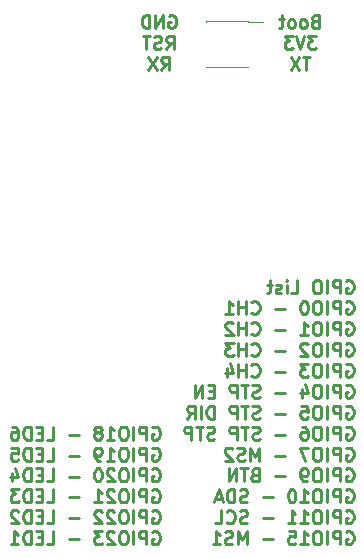
<source format=gbr>
%TF.GenerationSoftware,KiCad,Pcbnew,8.0.8*%
%TF.CreationDate,2025-02-17T10:13:52+00:00*%
%TF.ProjectId,receiver-esp32-c6,72656365-6976-4657-922d-65737033322d,rev?*%
%TF.SameCoordinates,Original*%
%TF.FileFunction,Legend,Bot*%
%TF.FilePolarity,Positive*%
%FSLAX46Y46*%
G04 Gerber Fmt 4.6, Leading zero omitted, Abs format (unit mm)*
G04 Created by KiCad (PCBNEW 8.0.8) date 2025-02-17 10:13:52*
%MOMM*%
%LPD*%
G01*
G04 APERTURE LIST*
%ADD10C,0.250000*%
%ADD11C,0.120000*%
G04 APERTURE END LIST*
D10*
X136197431Y-98940916D02*
X136302193Y-98888535D01*
X136302193Y-98888535D02*
X136459336Y-98888535D01*
X136459336Y-98888535D02*
X136616479Y-98940916D01*
X136616479Y-98940916D02*
X136721241Y-99045678D01*
X136721241Y-99045678D02*
X136773622Y-99150440D01*
X136773622Y-99150440D02*
X136826003Y-99359964D01*
X136826003Y-99359964D02*
X136826003Y-99517107D01*
X136826003Y-99517107D02*
X136773622Y-99726631D01*
X136773622Y-99726631D02*
X136721241Y-99831393D01*
X136721241Y-99831393D02*
X136616479Y-99936155D01*
X136616479Y-99936155D02*
X136459336Y-99988535D01*
X136459336Y-99988535D02*
X136354574Y-99988535D01*
X136354574Y-99988535D02*
X136197431Y-99936155D01*
X136197431Y-99936155D02*
X136145050Y-99883774D01*
X136145050Y-99883774D02*
X136145050Y-99517107D01*
X136145050Y-99517107D02*
X136354574Y-99517107D01*
X135673622Y-99988535D02*
X135673622Y-98888535D01*
X135673622Y-98888535D02*
X135254574Y-98888535D01*
X135254574Y-98888535D02*
X135149812Y-98940916D01*
X135149812Y-98940916D02*
X135097431Y-98993297D01*
X135097431Y-98993297D02*
X135045050Y-99098059D01*
X135045050Y-99098059D02*
X135045050Y-99255202D01*
X135045050Y-99255202D02*
X135097431Y-99359964D01*
X135097431Y-99359964D02*
X135149812Y-99412345D01*
X135149812Y-99412345D02*
X135254574Y-99464726D01*
X135254574Y-99464726D02*
X135673622Y-99464726D01*
X134573622Y-99988535D02*
X134573622Y-98888535D01*
X133840288Y-98888535D02*
X133630764Y-98888535D01*
X133630764Y-98888535D02*
X133526002Y-98940916D01*
X133526002Y-98940916D02*
X133421240Y-99045678D01*
X133421240Y-99045678D02*
X133368859Y-99255202D01*
X133368859Y-99255202D02*
X133368859Y-99621869D01*
X133368859Y-99621869D02*
X133421240Y-99831393D01*
X133421240Y-99831393D02*
X133526002Y-99936155D01*
X133526002Y-99936155D02*
X133630764Y-99988535D01*
X133630764Y-99988535D02*
X133840288Y-99988535D01*
X133840288Y-99988535D02*
X133945050Y-99936155D01*
X133945050Y-99936155D02*
X134049812Y-99831393D01*
X134049812Y-99831393D02*
X134102193Y-99621869D01*
X134102193Y-99621869D02*
X134102193Y-99255202D01*
X134102193Y-99255202D02*
X134049812Y-99045678D01*
X134049812Y-99045678D02*
X133945050Y-98940916D01*
X133945050Y-98940916D02*
X133840288Y-98888535D01*
X132321240Y-99988535D02*
X132949812Y-99988535D01*
X132635526Y-99988535D02*
X132635526Y-98888535D01*
X132635526Y-98888535D02*
X132740288Y-99045678D01*
X132740288Y-99045678D02*
X132845050Y-99150440D01*
X132845050Y-99150440D02*
X132949812Y-99202821D01*
X131692669Y-99359964D02*
X131797431Y-99307583D01*
X131797431Y-99307583D02*
X131849812Y-99255202D01*
X131849812Y-99255202D02*
X131902193Y-99150440D01*
X131902193Y-99150440D02*
X131902193Y-99098059D01*
X131902193Y-99098059D02*
X131849812Y-98993297D01*
X131849812Y-98993297D02*
X131797431Y-98940916D01*
X131797431Y-98940916D02*
X131692669Y-98888535D01*
X131692669Y-98888535D02*
X131483145Y-98888535D01*
X131483145Y-98888535D02*
X131378383Y-98940916D01*
X131378383Y-98940916D02*
X131326002Y-98993297D01*
X131326002Y-98993297D02*
X131273621Y-99098059D01*
X131273621Y-99098059D02*
X131273621Y-99150440D01*
X131273621Y-99150440D02*
X131326002Y-99255202D01*
X131326002Y-99255202D02*
X131378383Y-99307583D01*
X131378383Y-99307583D02*
X131483145Y-99359964D01*
X131483145Y-99359964D02*
X131692669Y-99359964D01*
X131692669Y-99359964D02*
X131797431Y-99412345D01*
X131797431Y-99412345D02*
X131849812Y-99464726D01*
X131849812Y-99464726D02*
X131902193Y-99569488D01*
X131902193Y-99569488D02*
X131902193Y-99779012D01*
X131902193Y-99779012D02*
X131849812Y-99883774D01*
X131849812Y-99883774D02*
X131797431Y-99936155D01*
X131797431Y-99936155D02*
X131692669Y-99988535D01*
X131692669Y-99988535D02*
X131483145Y-99988535D01*
X131483145Y-99988535D02*
X131378383Y-99936155D01*
X131378383Y-99936155D02*
X131326002Y-99883774D01*
X131326002Y-99883774D02*
X131273621Y-99779012D01*
X131273621Y-99779012D02*
X131273621Y-99569488D01*
X131273621Y-99569488D02*
X131326002Y-99464726D01*
X131326002Y-99464726D02*
X131378383Y-99412345D01*
X131378383Y-99412345D02*
X131483145Y-99359964D01*
X129964098Y-99569488D02*
X129126003Y-99569488D01*
X127240288Y-99988535D02*
X127764098Y-99988535D01*
X127764098Y-99988535D02*
X127764098Y-98888535D01*
X126873622Y-99412345D02*
X126506955Y-99412345D01*
X126349812Y-99988535D02*
X126873622Y-99988535D01*
X126873622Y-99988535D02*
X126873622Y-98888535D01*
X126873622Y-98888535D02*
X126349812Y-98888535D01*
X125878384Y-99988535D02*
X125878384Y-98888535D01*
X125878384Y-98888535D02*
X125616479Y-98888535D01*
X125616479Y-98888535D02*
X125459336Y-98940916D01*
X125459336Y-98940916D02*
X125354574Y-99045678D01*
X125354574Y-99045678D02*
X125302193Y-99150440D01*
X125302193Y-99150440D02*
X125249812Y-99359964D01*
X125249812Y-99359964D02*
X125249812Y-99517107D01*
X125249812Y-99517107D02*
X125302193Y-99726631D01*
X125302193Y-99726631D02*
X125354574Y-99831393D01*
X125354574Y-99831393D02*
X125459336Y-99936155D01*
X125459336Y-99936155D02*
X125616479Y-99988535D01*
X125616479Y-99988535D02*
X125878384Y-99988535D01*
X124306955Y-98888535D02*
X124516479Y-98888535D01*
X124516479Y-98888535D02*
X124621241Y-98940916D01*
X124621241Y-98940916D02*
X124673622Y-98993297D01*
X124673622Y-98993297D02*
X124778384Y-99150440D01*
X124778384Y-99150440D02*
X124830765Y-99359964D01*
X124830765Y-99359964D02*
X124830765Y-99779012D01*
X124830765Y-99779012D02*
X124778384Y-99883774D01*
X124778384Y-99883774D02*
X124726003Y-99936155D01*
X124726003Y-99936155D02*
X124621241Y-99988535D01*
X124621241Y-99988535D02*
X124411717Y-99988535D01*
X124411717Y-99988535D02*
X124306955Y-99936155D01*
X124306955Y-99936155D02*
X124254574Y-99883774D01*
X124254574Y-99883774D02*
X124202193Y-99779012D01*
X124202193Y-99779012D02*
X124202193Y-99517107D01*
X124202193Y-99517107D02*
X124254574Y-99412345D01*
X124254574Y-99412345D02*
X124306955Y-99359964D01*
X124306955Y-99359964D02*
X124411717Y-99307583D01*
X124411717Y-99307583D02*
X124621241Y-99307583D01*
X124621241Y-99307583D02*
X124726003Y-99359964D01*
X124726003Y-99359964D02*
X124778384Y-99412345D01*
X124778384Y-99412345D02*
X124830765Y-99517107D01*
X136197431Y-100711854D02*
X136302193Y-100659473D01*
X136302193Y-100659473D02*
X136459336Y-100659473D01*
X136459336Y-100659473D02*
X136616479Y-100711854D01*
X136616479Y-100711854D02*
X136721241Y-100816616D01*
X136721241Y-100816616D02*
X136773622Y-100921378D01*
X136773622Y-100921378D02*
X136826003Y-101130902D01*
X136826003Y-101130902D02*
X136826003Y-101288045D01*
X136826003Y-101288045D02*
X136773622Y-101497569D01*
X136773622Y-101497569D02*
X136721241Y-101602331D01*
X136721241Y-101602331D02*
X136616479Y-101707093D01*
X136616479Y-101707093D02*
X136459336Y-101759473D01*
X136459336Y-101759473D02*
X136354574Y-101759473D01*
X136354574Y-101759473D02*
X136197431Y-101707093D01*
X136197431Y-101707093D02*
X136145050Y-101654712D01*
X136145050Y-101654712D02*
X136145050Y-101288045D01*
X136145050Y-101288045D02*
X136354574Y-101288045D01*
X135673622Y-101759473D02*
X135673622Y-100659473D01*
X135673622Y-100659473D02*
X135254574Y-100659473D01*
X135254574Y-100659473D02*
X135149812Y-100711854D01*
X135149812Y-100711854D02*
X135097431Y-100764235D01*
X135097431Y-100764235D02*
X135045050Y-100868997D01*
X135045050Y-100868997D02*
X135045050Y-101026140D01*
X135045050Y-101026140D02*
X135097431Y-101130902D01*
X135097431Y-101130902D02*
X135149812Y-101183283D01*
X135149812Y-101183283D02*
X135254574Y-101235664D01*
X135254574Y-101235664D02*
X135673622Y-101235664D01*
X134573622Y-101759473D02*
X134573622Y-100659473D01*
X133840288Y-100659473D02*
X133630764Y-100659473D01*
X133630764Y-100659473D02*
X133526002Y-100711854D01*
X133526002Y-100711854D02*
X133421240Y-100816616D01*
X133421240Y-100816616D02*
X133368859Y-101026140D01*
X133368859Y-101026140D02*
X133368859Y-101392807D01*
X133368859Y-101392807D02*
X133421240Y-101602331D01*
X133421240Y-101602331D02*
X133526002Y-101707093D01*
X133526002Y-101707093D02*
X133630764Y-101759473D01*
X133630764Y-101759473D02*
X133840288Y-101759473D01*
X133840288Y-101759473D02*
X133945050Y-101707093D01*
X133945050Y-101707093D02*
X134049812Y-101602331D01*
X134049812Y-101602331D02*
X134102193Y-101392807D01*
X134102193Y-101392807D02*
X134102193Y-101026140D01*
X134102193Y-101026140D02*
X134049812Y-100816616D01*
X134049812Y-100816616D02*
X133945050Y-100711854D01*
X133945050Y-100711854D02*
X133840288Y-100659473D01*
X132321240Y-101759473D02*
X132949812Y-101759473D01*
X132635526Y-101759473D02*
X132635526Y-100659473D01*
X132635526Y-100659473D02*
X132740288Y-100816616D01*
X132740288Y-100816616D02*
X132845050Y-100921378D01*
X132845050Y-100921378D02*
X132949812Y-100973759D01*
X131797431Y-101759473D02*
X131587907Y-101759473D01*
X131587907Y-101759473D02*
X131483145Y-101707093D01*
X131483145Y-101707093D02*
X131430764Y-101654712D01*
X131430764Y-101654712D02*
X131326002Y-101497569D01*
X131326002Y-101497569D02*
X131273621Y-101288045D01*
X131273621Y-101288045D02*
X131273621Y-100868997D01*
X131273621Y-100868997D02*
X131326002Y-100764235D01*
X131326002Y-100764235D02*
X131378383Y-100711854D01*
X131378383Y-100711854D02*
X131483145Y-100659473D01*
X131483145Y-100659473D02*
X131692669Y-100659473D01*
X131692669Y-100659473D02*
X131797431Y-100711854D01*
X131797431Y-100711854D02*
X131849812Y-100764235D01*
X131849812Y-100764235D02*
X131902193Y-100868997D01*
X131902193Y-100868997D02*
X131902193Y-101130902D01*
X131902193Y-101130902D02*
X131849812Y-101235664D01*
X131849812Y-101235664D02*
X131797431Y-101288045D01*
X131797431Y-101288045D02*
X131692669Y-101340426D01*
X131692669Y-101340426D02*
X131483145Y-101340426D01*
X131483145Y-101340426D02*
X131378383Y-101288045D01*
X131378383Y-101288045D02*
X131326002Y-101235664D01*
X131326002Y-101235664D02*
X131273621Y-101130902D01*
X129964098Y-101340426D02*
X129126003Y-101340426D01*
X127240288Y-101759473D02*
X127764098Y-101759473D01*
X127764098Y-101759473D02*
X127764098Y-100659473D01*
X126873622Y-101183283D02*
X126506955Y-101183283D01*
X126349812Y-101759473D02*
X126873622Y-101759473D01*
X126873622Y-101759473D02*
X126873622Y-100659473D01*
X126873622Y-100659473D02*
X126349812Y-100659473D01*
X125878384Y-101759473D02*
X125878384Y-100659473D01*
X125878384Y-100659473D02*
X125616479Y-100659473D01*
X125616479Y-100659473D02*
X125459336Y-100711854D01*
X125459336Y-100711854D02*
X125354574Y-100816616D01*
X125354574Y-100816616D02*
X125302193Y-100921378D01*
X125302193Y-100921378D02*
X125249812Y-101130902D01*
X125249812Y-101130902D02*
X125249812Y-101288045D01*
X125249812Y-101288045D02*
X125302193Y-101497569D01*
X125302193Y-101497569D02*
X125354574Y-101602331D01*
X125354574Y-101602331D02*
X125459336Y-101707093D01*
X125459336Y-101707093D02*
X125616479Y-101759473D01*
X125616479Y-101759473D02*
X125878384Y-101759473D01*
X124254574Y-100659473D02*
X124778384Y-100659473D01*
X124778384Y-100659473D02*
X124830765Y-101183283D01*
X124830765Y-101183283D02*
X124778384Y-101130902D01*
X124778384Y-101130902D02*
X124673622Y-101078521D01*
X124673622Y-101078521D02*
X124411717Y-101078521D01*
X124411717Y-101078521D02*
X124306955Y-101130902D01*
X124306955Y-101130902D02*
X124254574Y-101183283D01*
X124254574Y-101183283D02*
X124202193Y-101288045D01*
X124202193Y-101288045D02*
X124202193Y-101549950D01*
X124202193Y-101549950D02*
X124254574Y-101654712D01*
X124254574Y-101654712D02*
X124306955Y-101707093D01*
X124306955Y-101707093D02*
X124411717Y-101759473D01*
X124411717Y-101759473D02*
X124673622Y-101759473D01*
X124673622Y-101759473D02*
X124778384Y-101707093D01*
X124778384Y-101707093D02*
X124830765Y-101654712D01*
X136197431Y-102482792D02*
X136302193Y-102430411D01*
X136302193Y-102430411D02*
X136459336Y-102430411D01*
X136459336Y-102430411D02*
X136616479Y-102482792D01*
X136616479Y-102482792D02*
X136721241Y-102587554D01*
X136721241Y-102587554D02*
X136773622Y-102692316D01*
X136773622Y-102692316D02*
X136826003Y-102901840D01*
X136826003Y-102901840D02*
X136826003Y-103058983D01*
X136826003Y-103058983D02*
X136773622Y-103268507D01*
X136773622Y-103268507D02*
X136721241Y-103373269D01*
X136721241Y-103373269D02*
X136616479Y-103478031D01*
X136616479Y-103478031D02*
X136459336Y-103530411D01*
X136459336Y-103530411D02*
X136354574Y-103530411D01*
X136354574Y-103530411D02*
X136197431Y-103478031D01*
X136197431Y-103478031D02*
X136145050Y-103425650D01*
X136145050Y-103425650D02*
X136145050Y-103058983D01*
X136145050Y-103058983D02*
X136354574Y-103058983D01*
X135673622Y-103530411D02*
X135673622Y-102430411D01*
X135673622Y-102430411D02*
X135254574Y-102430411D01*
X135254574Y-102430411D02*
X135149812Y-102482792D01*
X135149812Y-102482792D02*
X135097431Y-102535173D01*
X135097431Y-102535173D02*
X135045050Y-102639935D01*
X135045050Y-102639935D02*
X135045050Y-102797078D01*
X135045050Y-102797078D02*
X135097431Y-102901840D01*
X135097431Y-102901840D02*
X135149812Y-102954221D01*
X135149812Y-102954221D02*
X135254574Y-103006602D01*
X135254574Y-103006602D02*
X135673622Y-103006602D01*
X134573622Y-103530411D02*
X134573622Y-102430411D01*
X133840288Y-102430411D02*
X133630764Y-102430411D01*
X133630764Y-102430411D02*
X133526002Y-102482792D01*
X133526002Y-102482792D02*
X133421240Y-102587554D01*
X133421240Y-102587554D02*
X133368859Y-102797078D01*
X133368859Y-102797078D02*
X133368859Y-103163745D01*
X133368859Y-103163745D02*
X133421240Y-103373269D01*
X133421240Y-103373269D02*
X133526002Y-103478031D01*
X133526002Y-103478031D02*
X133630764Y-103530411D01*
X133630764Y-103530411D02*
X133840288Y-103530411D01*
X133840288Y-103530411D02*
X133945050Y-103478031D01*
X133945050Y-103478031D02*
X134049812Y-103373269D01*
X134049812Y-103373269D02*
X134102193Y-103163745D01*
X134102193Y-103163745D02*
X134102193Y-102797078D01*
X134102193Y-102797078D02*
X134049812Y-102587554D01*
X134049812Y-102587554D02*
X133945050Y-102482792D01*
X133945050Y-102482792D02*
X133840288Y-102430411D01*
X132949812Y-102535173D02*
X132897431Y-102482792D01*
X132897431Y-102482792D02*
X132792669Y-102430411D01*
X132792669Y-102430411D02*
X132530764Y-102430411D01*
X132530764Y-102430411D02*
X132426002Y-102482792D01*
X132426002Y-102482792D02*
X132373621Y-102535173D01*
X132373621Y-102535173D02*
X132321240Y-102639935D01*
X132321240Y-102639935D02*
X132321240Y-102744697D01*
X132321240Y-102744697D02*
X132373621Y-102901840D01*
X132373621Y-102901840D02*
X133002193Y-103530411D01*
X133002193Y-103530411D02*
X132321240Y-103530411D01*
X131640288Y-102430411D02*
X131535526Y-102430411D01*
X131535526Y-102430411D02*
X131430764Y-102482792D01*
X131430764Y-102482792D02*
X131378383Y-102535173D01*
X131378383Y-102535173D02*
X131326002Y-102639935D01*
X131326002Y-102639935D02*
X131273621Y-102849459D01*
X131273621Y-102849459D02*
X131273621Y-103111364D01*
X131273621Y-103111364D02*
X131326002Y-103320888D01*
X131326002Y-103320888D02*
X131378383Y-103425650D01*
X131378383Y-103425650D02*
X131430764Y-103478031D01*
X131430764Y-103478031D02*
X131535526Y-103530411D01*
X131535526Y-103530411D02*
X131640288Y-103530411D01*
X131640288Y-103530411D02*
X131745050Y-103478031D01*
X131745050Y-103478031D02*
X131797431Y-103425650D01*
X131797431Y-103425650D02*
X131849812Y-103320888D01*
X131849812Y-103320888D02*
X131902193Y-103111364D01*
X131902193Y-103111364D02*
X131902193Y-102849459D01*
X131902193Y-102849459D02*
X131849812Y-102639935D01*
X131849812Y-102639935D02*
X131797431Y-102535173D01*
X131797431Y-102535173D02*
X131745050Y-102482792D01*
X131745050Y-102482792D02*
X131640288Y-102430411D01*
X129964098Y-103111364D02*
X129126003Y-103111364D01*
X127240288Y-103530411D02*
X127764098Y-103530411D01*
X127764098Y-103530411D02*
X127764098Y-102430411D01*
X126873622Y-102954221D02*
X126506955Y-102954221D01*
X126349812Y-103530411D02*
X126873622Y-103530411D01*
X126873622Y-103530411D02*
X126873622Y-102430411D01*
X126873622Y-102430411D02*
X126349812Y-102430411D01*
X125878384Y-103530411D02*
X125878384Y-102430411D01*
X125878384Y-102430411D02*
X125616479Y-102430411D01*
X125616479Y-102430411D02*
X125459336Y-102482792D01*
X125459336Y-102482792D02*
X125354574Y-102587554D01*
X125354574Y-102587554D02*
X125302193Y-102692316D01*
X125302193Y-102692316D02*
X125249812Y-102901840D01*
X125249812Y-102901840D02*
X125249812Y-103058983D01*
X125249812Y-103058983D02*
X125302193Y-103268507D01*
X125302193Y-103268507D02*
X125354574Y-103373269D01*
X125354574Y-103373269D02*
X125459336Y-103478031D01*
X125459336Y-103478031D02*
X125616479Y-103530411D01*
X125616479Y-103530411D02*
X125878384Y-103530411D01*
X124306955Y-102797078D02*
X124306955Y-103530411D01*
X124568860Y-102378031D02*
X124830765Y-103163745D01*
X124830765Y-103163745D02*
X124149812Y-103163745D01*
X136197431Y-104253730D02*
X136302193Y-104201349D01*
X136302193Y-104201349D02*
X136459336Y-104201349D01*
X136459336Y-104201349D02*
X136616479Y-104253730D01*
X136616479Y-104253730D02*
X136721241Y-104358492D01*
X136721241Y-104358492D02*
X136773622Y-104463254D01*
X136773622Y-104463254D02*
X136826003Y-104672778D01*
X136826003Y-104672778D02*
X136826003Y-104829921D01*
X136826003Y-104829921D02*
X136773622Y-105039445D01*
X136773622Y-105039445D02*
X136721241Y-105144207D01*
X136721241Y-105144207D02*
X136616479Y-105248969D01*
X136616479Y-105248969D02*
X136459336Y-105301349D01*
X136459336Y-105301349D02*
X136354574Y-105301349D01*
X136354574Y-105301349D02*
X136197431Y-105248969D01*
X136197431Y-105248969D02*
X136145050Y-105196588D01*
X136145050Y-105196588D02*
X136145050Y-104829921D01*
X136145050Y-104829921D02*
X136354574Y-104829921D01*
X135673622Y-105301349D02*
X135673622Y-104201349D01*
X135673622Y-104201349D02*
X135254574Y-104201349D01*
X135254574Y-104201349D02*
X135149812Y-104253730D01*
X135149812Y-104253730D02*
X135097431Y-104306111D01*
X135097431Y-104306111D02*
X135045050Y-104410873D01*
X135045050Y-104410873D02*
X135045050Y-104568016D01*
X135045050Y-104568016D02*
X135097431Y-104672778D01*
X135097431Y-104672778D02*
X135149812Y-104725159D01*
X135149812Y-104725159D02*
X135254574Y-104777540D01*
X135254574Y-104777540D02*
X135673622Y-104777540D01*
X134573622Y-105301349D02*
X134573622Y-104201349D01*
X133840288Y-104201349D02*
X133630764Y-104201349D01*
X133630764Y-104201349D02*
X133526002Y-104253730D01*
X133526002Y-104253730D02*
X133421240Y-104358492D01*
X133421240Y-104358492D02*
X133368859Y-104568016D01*
X133368859Y-104568016D02*
X133368859Y-104934683D01*
X133368859Y-104934683D02*
X133421240Y-105144207D01*
X133421240Y-105144207D02*
X133526002Y-105248969D01*
X133526002Y-105248969D02*
X133630764Y-105301349D01*
X133630764Y-105301349D02*
X133840288Y-105301349D01*
X133840288Y-105301349D02*
X133945050Y-105248969D01*
X133945050Y-105248969D02*
X134049812Y-105144207D01*
X134049812Y-105144207D02*
X134102193Y-104934683D01*
X134102193Y-104934683D02*
X134102193Y-104568016D01*
X134102193Y-104568016D02*
X134049812Y-104358492D01*
X134049812Y-104358492D02*
X133945050Y-104253730D01*
X133945050Y-104253730D02*
X133840288Y-104201349D01*
X132949812Y-104306111D02*
X132897431Y-104253730D01*
X132897431Y-104253730D02*
X132792669Y-104201349D01*
X132792669Y-104201349D02*
X132530764Y-104201349D01*
X132530764Y-104201349D02*
X132426002Y-104253730D01*
X132426002Y-104253730D02*
X132373621Y-104306111D01*
X132373621Y-104306111D02*
X132321240Y-104410873D01*
X132321240Y-104410873D02*
X132321240Y-104515635D01*
X132321240Y-104515635D02*
X132373621Y-104672778D01*
X132373621Y-104672778D02*
X133002193Y-105301349D01*
X133002193Y-105301349D02*
X132321240Y-105301349D01*
X131273621Y-105301349D02*
X131902193Y-105301349D01*
X131587907Y-105301349D02*
X131587907Y-104201349D01*
X131587907Y-104201349D02*
X131692669Y-104358492D01*
X131692669Y-104358492D02*
X131797431Y-104463254D01*
X131797431Y-104463254D02*
X131902193Y-104515635D01*
X129964098Y-104882302D02*
X129126003Y-104882302D01*
X127240288Y-105301349D02*
X127764098Y-105301349D01*
X127764098Y-105301349D02*
X127764098Y-104201349D01*
X126873622Y-104725159D02*
X126506955Y-104725159D01*
X126349812Y-105301349D02*
X126873622Y-105301349D01*
X126873622Y-105301349D02*
X126873622Y-104201349D01*
X126873622Y-104201349D02*
X126349812Y-104201349D01*
X125878384Y-105301349D02*
X125878384Y-104201349D01*
X125878384Y-104201349D02*
X125616479Y-104201349D01*
X125616479Y-104201349D02*
X125459336Y-104253730D01*
X125459336Y-104253730D02*
X125354574Y-104358492D01*
X125354574Y-104358492D02*
X125302193Y-104463254D01*
X125302193Y-104463254D02*
X125249812Y-104672778D01*
X125249812Y-104672778D02*
X125249812Y-104829921D01*
X125249812Y-104829921D02*
X125302193Y-105039445D01*
X125302193Y-105039445D02*
X125354574Y-105144207D01*
X125354574Y-105144207D02*
X125459336Y-105248969D01*
X125459336Y-105248969D02*
X125616479Y-105301349D01*
X125616479Y-105301349D02*
X125878384Y-105301349D01*
X124883146Y-104201349D02*
X124202193Y-104201349D01*
X124202193Y-104201349D02*
X124568860Y-104620397D01*
X124568860Y-104620397D02*
X124411717Y-104620397D01*
X124411717Y-104620397D02*
X124306955Y-104672778D01*
X124306955Y-104672778D02*
X124254574Y-104725159D01*
X124254574Y-104725159D02*
X124202193Y-104829921D01*
X124202193Y-104829921D02*
X124202193Y-105091826D01*
X124202193Y-105091826D02*
X124254574Y-105196588D01*
X124254574Y-105196588D02*
X124306955Y-105248969D01*
X124306955Y-105248969D02*
X124411717Y-105301349D01*
X124411717Y-105301349D02*
X124726003Y-105301349D01*
X124726003Y-105301349D02*
X124830765Y-105248969D01*
X124830765Y-105248969D02*
X124883146Y-105196588D01*
X136197431Y-106024668D02*
X136302193Y-105972287D01*
X136302193Y-105972287D02*
X136459336Y-105972287D01*
X136459336Y-105972287D02*
X136616479Y-106024668D01*
X136616479Y-106024668D02*
X136721241Y-106129430D01*
X136721241Y-106129430D02*
X136773622Y-106234192D01*
X136773622Y-106234192D02*
X136826003Y-106443716D01*
X136826003Y-106443716D02*
X136826003Y-106600859D01*
X136826003Y-106600859D02*
X136773622Y-106810383D01*
X136773622Y-106810383D02*
X136721241Y-106915145D01*
X136721241Y-106915145D02*
X136616479Y-107019907D01*
X136616479Y-107019907D02*
X136459336Y-107072287D01*
X136459336Y-107072287D02*
X136354574Y-107072287D01*
X136354574Y-107072287D02*
X136197431Y-107019907D01*
X136197431Y-107019907D02*
X136145050Y-106967526D01*
X136145050Y-106967526D02*
X136145050Y-106600859D01*
X136145050Y-106600859D02*
X136354574Y-106600859D01*
X135673622Y-107072287D02*
X135673622Y-105972287D01*
X135673622Y-105972287D02*
X135254574Y-105972287D01*
X135254574Y-105972287D02*
X135149812Y-106024668D01*
X135149812Y-106024668D02*
X135097431Y-106077049D01*
X135097431Y-106077049D02*
X135045050Y-106181811D01*
X135045050Y-106181811D02*
X135045050Y-106338954D01*
X135045050Y-106338954D02*
X135097431Y-106443716D01*
X135097431Y-106443716D02*
X135149812Y-106496097D01*
X135149812Y-106496097D02*
X135254574Y-106548478D01*
X135254574Y-106548478D02*
X135673622Y-106548478D01*
X134573622Y-107072287D02*
X134573622Y-105972287D01*
X133840288Y-105972287D02*
X133630764Y-105972287D01*
X133630764Y-105972287D02*
X133526002Y-106024668D01*
X133526002Y-106024668D02*
X133421240Y-106129430D01*
X133421240Y-106129430D02*
X133368859Y-106338954D01*
X133368859Y-106338954D02*
X133368859Y-106705621D01*
X133368859Y-106705621D02*
X133421240Y-106915145D01*
X133421240Y-106915145D02*
X133526002Y-107019907D01*
X133526002Y-107019907D02*
X133630764Y-107072287D01*
X133630764Y-107072287D02*
X133840288Y-107072287D01*
X133840288Y-107072287D02*
X133945050Y-107019907D01*
X133945050Y-107019907D02*
X134049812Y-106915145D01*
X134049812Y-106915145D02*
X134102193Y-106705621D01*
X134102193Y-106705621D02*
X134102193Y-106338954D01*
X134102193Y-106338954D02*
X134049812Y-106129430D01*
X134049812Y-106129430D02*
X133945050Y-106024668D01*
X133945050Y-106024668D02*
X133840288Y-105972287D01*
X132949812Y-106077049D02*
X132897431Y-106024668D01*
X132897431Y-106024668D02*
X132792669Y-105972287D01*
X132792669Y-105972287D02*
X132530764Y-105972287D01*
X132530764Y-105972287D02*
X132426002Y-106024668D01*
X132426002Y-106024668D02*
X132373621Y-106077049D01*
X132373621Y-106077049D02*
X132321240Y-106181811D01*
X132321240Y-106181811D02*
X132321240Y-106286573D01*
X132321240Y-106286573D02*
X132373621Y-106443716D01*
X132373621Y-106443716D02*
X133002193Y-107072287D01*
X133002193Y-107072287D02*
X132321240Y-107072287D01*
X131902193Y-106077049D02*
X131849812Y-106024668D01*
X131849812Y-106024668D02*
X131745050Y-105972287D01*
X131745050Y-105972287D02*
X131483145Y-105972287D01*
X131483145Y-105972287D02*
X131378383Y-106024668D01*
X131378383Y-106024668D02*
X131326002Y-106077049D01*
X131326002Y-106077049D02*
X131273621Y-106181811D01*
X131273621Y-106181811D02*
X131273621Y-106286573D01*
X131273621Y-106286573D02*
X131326002Y-106443716D01*
X131326002Y-106443716D02*
X131954574Y-107072287D01*
X131954574Y-107072287D02*
X131273621Y-107072287D01*
X129964098Y-106653240D02*
X129126003Y-106653240D01*
X127240288Y-107072287D02*
X127764098Y-107072287D01*
X127764098Y-107072287D02*
X127764098Y-105972287D01*
X126873622Y-106496097D02*
X126506955Y-106496097D01*
X126349812Y-107072287D02*
X126873622Y-107072287D01*
X126873622Y-107072287D02*
X126873622Y-105972287D01*
X126873622Y-105972287D02*
X126349812Y-105972287D01*
X125878384Y-107072287D02*
X125878384Y-105972287D01*
X125878384Y-105972287D02*
X125616479Y-105972287D01*
X125616479Y-105972287D02*
X125459336Y-106024668D01*
X125459336Y-106024668D02*
X125354574Y-106129430D01*
X125354574Y-106129430D02*
X125302193Y-106234192D01*
X125302193Y-106234192D02*
X125249812Y-106443716D01*
X125249812Y-106443716D02*
X125249812Y-106600859D01*
X125249812Y-106600859D02*
X125302193Y-106810383D01*
X125302193Y-106810383D02*
X125354574Y-106915145D01*
X125354574Y-106915145D02*
X125459336Y-107019907D01*
X125459336Y-107019907D02*
X125616479Y-107072287D01*
X125616479Y-107072287D02*
X125878384Y-107072287D01*
X124830765Y-106077049D02*
X124778384Y-106024668D01*
X124778384Y-106024668D02*
X124673622Y-105972287D01*
X124673622Y-105972287D02*
X124411717Y-105972287D01*
X124411717Y-105972287D02*
X124306955Y-106024668D01*
X124306955Y-106024668D02*
X124254574Y-106077049D01*
X124254574Y-106077049D02*
X124202193Y-106181811D01*
X124202193Y-106181811D02*
X124202193Y-106286573D01*
X124202193Y-106286573D02*
X124254574Y-106443716D01*
X124254574Y-106443716D02*
X124883146Y-107072287D01*
X124883146Y-107072287D02*
X124202193Y-107072287D01*
X136197431Y-107795606D02*
X136302193Y-107743225D01*
X136302193Y-107743225D02*
X136459336Y-107743225D01*
X136459336Y-107743225D02*
X136616479Y-107795606D01*
X136616479Y-107795606D02*
X136721241Y-107900368D01*
X136721241Y-107900368D02*
X136773622Y-108005130D01*
X136773622Y-108005130D02*
X136826003Y-108214654D01*
X136826003Y-108214654D02*
X136826003Y-108371797D01*
X136826003Y-108371797D02*
X136773622Y-108581321D01*
X136773622Y-108581321D02*
X136721241Y-108686083D01*
X136721241Y-108686083D02*
X136616479Y-108790845D01*
X136616479Y-108790845D02*
X136459336Y-108843225D01*
X136459336Y-108843225D02*
X136354574Y-108843225D01*
X136354574Y-108843225D02*
X136197431Y-108790845D01*
X136197431Y-108790845D02*
X136145050Y-108738464D01*
X136145050Y-108738464D02*
X136145050Y-108371797D01*
X136145050Y-108371797D02*
X136354574Y-108371797D01*
X135673622Y-108843225D02*
X135673622Y-107743225D01*
X135673622Y-107743225D02*
X135254574Y-107743225D01*
X135254574Y-107743225D02*
X135149812Y-107795606D01*
X135149812Y-107795606D02*
X135097431Y-107847987D01*
X135097431Y-107847987D02*
X135045050Y-107952749D01*
X135045050Y-107952749D02*
X135045050Y-108109892D01*
X135045050Y-108109892D02*
X135097431Y-108214654D01*
X135097431Y-108214654D02*
X135149812Y-108267035D01*
X135149812Y-108267035D02*
X135254574Y-108319416D01*
X135254574Y-108319416D02*
X135673622Y-108319416D01*
X134573622Y-108843225D02*
X134573622Y-107743225D01*
X133840288Y-107743225D02*
X133630764Y-107743225D01*
X133630764Y-107743225D02*
X133526002Y-107795606D01*
X133526002Y-107795606D02*
X133421240Y-107900368D01*
X133421240Y-107900368D02*
X133368859Y-108109892D01*
X133368859Y-108109892D02*
X133368859Y-108476559D01*
X133368859Y-108476559D02*
X133421240Y-108686083D01*
X133421240Y-108686083D02*
X133526002Y-108790845D01*
X133526002Y-108790845D02*
X133630764Y-108843225D01*
X133630764Y-108843225D02*
X133840288Y-108843225D01*
X133840288Y-108843225D02*
X133945050Y-108790845D01*
X133945050Y-108790845D02*
X134049812Y-108686083D01*
X134049812Y-108686083D02*
X134102193Y-108476559D01*
X134102193Y-108476559D02*
X134102193Y-108109892D01*
X134102193Y-108109892D02*
X134049812Y-107900368D01*
X134049812Y-107900368D02*
X133945050Y-107795606D01*
X133945050Y-107795606D02*
X133840288Y-107743225D01*
X132949812Y-107847987D02*
X132897431Y-107795606D01*
X132897431Y-107795606D02*
X132792669Y-107743225D01*
X132792669Y-107743225D02*
X132530764Y-107743225D01*
X132530764Y-107743225D02*
X132426002Y-107795606D01*
X132426002Y-107795606D02*
X132373621Y-107847987D01*
X132373621Y-107847987D02*
X132321240Y-107952749D01*
X132321240Y-107952749D02*
X132321240Y-108057511D01*
X132321240Y-108057511D02*
X132373621Y-108214654D01*
X132373621Y-108214654D02*
X133002193Y-108843225D01*
X133002193Y-108843225D02*
X132321240Y-108843225D01*
X131954574Y-107743225D02*
X131273621Y-107743225D01*
X131273621Y-107743225D02*
X131640288Y-108162273D01*
X131640288Y-108162273D02*
X131483145Y-108162273D01*
X131483145Y-108162273D02*
X131378383Y-108214654D01*
X131378383Y-108214654D02*
X131326002Y-108267035D01*
X131326002Y-108267035D02*
X131273621Y-108371797D01*
X131273621Y-108371797D02*
X131273621Y-108633702D01*
X131273621Y-108633702D02*
X131326002Y-108738464D01*
X131326002Y-108738464D02*
X131378383Y-108790845D01*
X131378383Y-108790845D02*
X131483145Y-108843225D01*
X131483145Y-108843225D02*
X131797431Y-108843225D01*
X131797431Y-108843225D02*
X131902193Y-108790845D01*
X131902193Y-108790845D02*
X131954574Y-108738464D01*
X129964098Y-108424178D02*
X129126003Y-108424178D01*
X127240288Y-108843225D02*
X127764098Y-108843225D01*
X127764098Y-108843225D02*
X127764098Y-107743225D01*
X126873622Y-108267035D02*
X126506955Y-108267035D01*
X126349812Y-108843225D02*
X126873622Y-108843225D01*
X126873622Y-108843225D02*
X126873622Y-107743225D01*
X126873622Y-107743225D02*
X126349812Y-107743225D01*
X125878384Y-108843225D02*
X125878384Y-107743225D01*
X125878384Y-107743225D02*
X125616479Y-107743225D01*
X125616479Y-107743225D02*
X125459336Y-107795606D01*
X125459336Y-107795606D02*
X125354574Y-107900368D01*
X125354574Y-107900368D02*
X125302193Y-108005130D01*
X125302193Y-108005130D02*
X125249812Y-108214654D01*
X125249812Y-108214654D02*
X125249812Y-108371797D01*
X125249812Y-108371797D02*
X125302193Y-108581321D01*
X125302193Y-108581321D02*
X125354574Y-108686083D01*
X125354574Y-108686083D02*
X125459336Y-108790845D01*
X125459336Y-108790845D02*
X125616479Y-108843225D01*
X125616479Y-108843225D02*
X125878384Y-108843225D01*
X124202193Y-108843225D02*
X124830765Y-108843225D01*
X124516479Y-108843225D02*
X124516479Y-107743225D01*
X124516479Y-107743225D02*
X124621241Y-107900368D01*
X124621241Y-107900368D02*
X124726003Y-108005130D01*
X124726003Y-108005130D02*
X124830765Y-108057511D01*
X137600094Y-64091323D02*
X137704856Y-64038942D01*
X137704856Y-64038942D02*
X137861999Y-64038942D01*
X137861999Y-64038942D02*
X138019142Y-64091323D01*
X138019142Y-64091323D02*
X138123904Y-64196085D01*
X138123904Y-64196085D02*
X138176285Y-64300847D01*
X138176285Y-64300847D02*
X138228666Y-64510371D01*
X138228666Y-64510371D02*
X138228666Y-64667514D01*
X138228666Y-64667514D02*
X138176285Y-64877038D01*
X138176285Y-64877038D02*
X138123904Y-64981800D01*
X138123904Y-64981800D02*
X138019142Y-65086562D01*
X138019142Y-65086562D02*
X137861999Y-65138942D01*
X137861999Y-65138942D02*
X137757237Y-65138942D01*
X137757237Y-65138942D02*
X137600094Y-65086562D01*
X137600094Y-65086562D02*
X137547713Y-65034181D01*
X137547713Y-65034181D02*
X137547713Y-64667514D01*
X137547713Y-64667514D02*
X137757237Y-64667514D01*
X137076285Y-65138942D02*
X137076285Y-64038942D01*
X137076285Y-64038942D02*
X136447713Y-65138942D01*
X136447713Y-65138942D02*
X136447713Y-64038942D01*
X135923904Y-65138942D02*
X135923904Y-64038942D01*
X135923904Y-64038942D02*
X135661999Y-64038942D01*
X135661999Y-64038942D02*
X135504856Y-64091323D01*
X135504856Y-64091323D02*
X135400094Y-64196085D01*
X135400094Y-64196085D02*
X135347713Y-64300847D01*
X135347713Y-64300847D02*
X135295332Y-64510371D01*
X135295332Y-64510371D02*
X135295332Y-64667514D01*
X135295332Y-64667514D02*
X135347713Y-64877038D01*
X135347713Y-64877038D02*
X135400094Y-64981800D01*
X135400094Y-64981800D02*
X135504856Y-65086562D01*
X135504856Y-65086562D02*
X135661999Y-65138942D01*
X135661999Y-65138942D02*
X135923904Y-65138942D01*
X137364380Y-66909880D02*
X137731047Y-66386071D01*
X137992952Y-66909880D02*
X137992952Y-65809880D01*
X137992952Y-65809880D02*
X137573904Y-65809880D01*
X137573904Y-65809880D02*
X137469142Y-65862261D01*
X137469142Y-65862261D02*
X137416761Y-65914642D01*
X137416761Y-65914642D02*
X137364380Y-66019404D01*
X137364380Y-66019404D02*
X137364380Y-66176547D01*
X137364380Y-66176547D02*
X137416761Y-66281309D01*
X137416761Y-66281309D02*
X137469142Y-66333690D01*
X137469142Y-66333690D02*
X137573904Y-66386071D01*
X137573904Y-66386071D02*
X137992952Y-66386071D01*
X136945333Y-66857500D02*
X136788190Y-66909880D01*
X136788190Y-66909880D02*
X136526285Y-66909880D01*
X136526285Y-66909880D02*
X136421523Y-66857500D01*
X136421523Y-66857500D02*
X136369142Y-66805119D01*
X136369142Y-66805119D02*
X136316761Y-66700357D01*
X136316761Y-66700357D02*
X136316761Y-66595595D01*
X136316761Y-66595595D02*
X136369142Y-66490833D01*
X136369142Y-66490833D02*
X136421523Y-66438452D01*
X136421523Y-66438452D02*
X136526285Y-66386071D01*
X136526285Y-66386071D02*
X136735809Y-66333690D01*
X136735809Y-66333690D02*
X136840571Y-66281309D01*
X136840571Y-66281309D02*
X136892952Y-66228928D01*
X136892952Y-66228928D02*
X136945333Y-66124166D01*
X136945333Y-66124166D02*
X136945333Y-66019404D01*
X136945333Y-66019404D02*
X136892952Y-65914642D01*
X136892952Y-65914642D02*
X136840571Y-65862261D01*
X136840571Y-65862261D02*
X136735809Y-65809880D01*
X136735809Y-65809880D02*
X136473904Y-65809880D01*
X136473904Y-65809880D02*
X136316761Y-65862261D01*
X136002476Y-65809880D02*
X135373904Y-65809880D01*
X135688190Y-66909880D02*
X135688190Y-65809880D01*
X136945332Y-68680818D02*
X137311999Y-68157009D01*
X137573904Y-68680818D02*
X137573904Y-67580818D01*
X137573904Y-67580818D02*
X137154856Y-67580818D01*
X137154856Y-67580818D02*
X137050094Y-67633199D01*
X137050094Y-67633199D02*
X136997713Y-67685580D01*
X136997713Y-67685580D02*
X136945332Y-67790342D01*
X136945332Y-67790342D02*
X136945332Y-67947485D01*
X136945332Y-67947485D02*
X136997713Y-68052247D01*
X136997713Y-68052247D02*
X137050094Y-68104628D01*
X137050094Y-68104628D02*
X137154856Y-68157009D01*
X137154856Y-68157009D02*
X137573904Y-68157009D01*
X136578666Y-67580818D02*
X135845332Y-68680818D01*
X135845332Y-67580818D02*
X136578666Y-68680818D01*
X149930951Y-64562752D02*
X149773808Y-64615133D01*
X149773808Y-64615133D02*
X149721427Y-64667514D01*
X149721427Y-64667514D02*
X149669046Y-64772276D01*
X149669046Y-64772276D02*
X149669046Y-64929419D01*
X149669046Y-64929419D02*
X149721427Y-65034181D01*
X149721427Y-65034181D02*
X149773808Y-65086562D01*
X149773808Y-65086562D02*
X149878570Y-65138942D01*
X149878570Y-65138942D02*
X150297618Y-65138942D01*
X150297618Y-65138942D02*
X150297618Y-64038942D01*
X150297618Y-64038942D02*
X149930951Y-64038942D01*
X149930951Y-64038942D02*
X149826189Y-64091323D01*
X149826189Y-64091323D02*
X149773808Y-64143704D01*
X149773808Y-64143704D02*
X149721427Y-64248466D01*
X149721427Y-64248466D02*
X149721427Y-64353228D01*
X149721427Y-64353228D02*
X149773808Y-64457990D01*
X149773808Y-64457990D02*
X149826189Y-64510371D01*
X149826189Y-64510371D02*
X149930951Y-64562752D01*
X149930951Y-64562752D02*
X150297618Y-64562752D01*
X149040475Y-65138942D02*
X149145237Y-65086562D01*
X149145237Y-65086562D02*
X149197618Y-65034181D01*
X149197618Y-65034181D02*
X149249999Y-64929419D01*
X149249999Y-64929419D02*
X149249999Y-64615133D01*
X149249999Y-64615133D02*
X149197618Y-64510371D01*
X149197618Y-64510371D02*
X149145237Y-64457990D01*
X149145237Y-64457990D02*
X149040475Y-64405609D01*
X149040475Y-64405609D02*
X148883332Y-64405609D01*
X148883332Y-64405609D02*
X148778570Y-64457990D01*
X148778570Y-64457990D02*
X148726189Y-64510371D01*
X148726189Y-64510371D02*
X148673808Y-64615133D01*
X148673808Y-64615133D02*
X148673808Y-64929419D01*
X148673808Y-64929419D02*
X148726189Y-65034181D01*
X148726189Y-65034181D02*
X148778570Y-65086562D01*
X148778570Y-65086562D02*
X148883332Y-65138942D01*
X148883332Y-65138942D02*
X149040475Y-65138942D01*
X148045237Y-65138942D02*
X148149999Y-65086562D01*
X148149999Y-65086562D02*
X148202380Y-65034181D01*
X148202380Y-65034181D02*
X148254761Y-64929419D01*
X148254761Y-64929419D02*
X148254761Y-64615133D01*
X148254761Y-64615133D02*
X148202380Y-64510371D01*
X148202380Y-64510371D02*
X148149999Y-64457990D01*
X148149999Y-64457990D02*
X148045237Y-64405609D01*
X148045237Y-64405609D02*
X147888094Y-64405609D01*
X147888094Y-64405609D02*
X147783332Y-64457990D01*
X147783332Y-64457990D02*
X147730951Y-64510371D01*
X147730951Y-64510371D02*
X147678570Y-64615133D01*
X147678570Y-64615133D02*
X147678570Y-64929419D01*
X147678570Y-64929419D02*
X147730951Y-65034181D01*
X147730951Y-65034181D02*
X147783332Y-65086562D01*
X147783332Y-65086562D02*
X147888094Y-65138942D01*
X147888094Y-65138942D02*
X148045237Y-65138942D01*
X147364285Y-64405609D02*
X146945237Y-64405609D01*
X147207142Y-64038942D02*
X147207142Y-64981800D01*
X147207142Y-64981800D02*
X147154761Y-65086562D01*
X147154761Y-65086562D02*
X147049999Y-65138942D01*
X147049999Y-65138942D02*
X146945237Y-65138942D01*
X150061904Y-65809880D02*
X149380951Y-65809880D01*
X149380951Y-65809880D02*
X149747618Y-66228928D01*
X149747618Y-66228928D02*
X149590475Y-66228928D01*
X149590475Y-66228928D02*
X149485713Y-66281309D01*
X149485713Y-66281309D02*
X149433332Y-66333690D01*
X149433332Y-66333690D02*
X149380951Y-66438452D01*
X149380951Y-66438452D02*
X149380951Y-66700357D01*
X149380951Y-66700357D02*
X149433332Y-66805119D01*
X149433332Y-66805119D02*
X149485713Y-66857500D01*
X149485713Y-66857500D02*
X149590475Y-66909880D01*
X149590475Y-66909880D02*
X149904761Y-66909880D01*
X149904761Y-66909880D02*
X150009523Y-66857500D01*
X150009523Y-66857500D02*
X150061904Y-66805119D01*
X149066666Y-65809880D02*
X148699999Y-66909880D01*
X148699999Y-66909880D02*
X148333332Y-65809880D01*
X148071428Y-65809880D02*
X147390475Y-65809880D01*
X147390475Y-65809880D02*
X147757142Y-66228928D01*
X147757142Y-66228928D02*
X147599999Y-66228928D01*
X147599999Y-66228928D02*
X147495237Y-66281309D01*
X147495237Y-66281309D02*
X147442856Y-66333690D01*
X147442856Y-66333690D02*
X147390475Y-66438452D01*
X147390475Y-66438452D02*
X147390475Y-66700357D01*
X147390475Y-66700357D02*
X147442856Y-66805119D01*
X147442856Y-66805119D02*
X147495237Y-66857500D01*
X147495237Y-66857500D02*
X147599999Y-66909880D01*
X147599999Y-66909880D02*
X147914285Y-66909880D01*
X147914285Y-66909880D02*
X148019047Y-66857500D01*
X148019047Y-66857500D02*
X148071428Y-66805119D01*
X149538095Y-67580818D02*
X148909523Y-67580818D01*
X149223809Y-68680818D02*
X149223809Y-67580818D01*
X148647619Y-67580818D02*
X147914285Y-68680818D01*
X147914285Y-67580818D02*
X148647619Y-68680818D01*
X152597431Y-86542633D02*
X152702193Y-86490252D01*
X152702193Y-86490252D02*
X152859336Y-86490252D01*
X152859336Y-86490252D02*
X153016479Y-86542633D01*
X153016479Y-86542633D02*
X153121241Y-86647395D01*
X153121241Y-86647395D02*
X153173622Y-86752157D01*
X153173622Y-86752157D02*
X153226003Y-86961681D01*
X153226003Y-86961681D02*
X153226003Y-87118824D01*
X153226003Y-87118824D02*
X153173622Y-87328348D01*
X153173622Y-87328348D02*
X153121241Y-87433110D01*
X153121241Y-87433110D02*
X153016479Y-87537872D01*
X153016479Y-87537872D02*
X152859336Y-87590252D01*
X152859336Y-87590252D02*
X152754574Y-87590252D01*
X152754574Y-87590252D02*
X152597431Y-87537872D01*
X152597431Y-87537872D02*
X152545050Y-87485491D01*
X152545050Y-87485491D02*
X152545050Y-87118824D01*
X152545050Y-87118824D02*
X152754574Y-87118824D01*
X152073622Y-87590252D02*
X152073622Y-86490252D01*
X152073622Y-86490252D02*
X151654574Y-86490252D01*
X151654574Y-86490252D02*
X151549812Y-86542633D01*
X151549812Y-86542633D02*
X151497431Y-86595014D01*
X151497431Y-86595014D02*
X151445050Y-86699776D01*
X151445050Y-86699776D02*
X151445050Y-86856919D01*
X151445050Y-86856919D02*
X151497431Y-86961681D01*
X151497431Y-86961681D02*
X151549812Y-87014062D01*
X151549812Y-87014062D02*
X151654574Y-87066443D01*
X151654574Y-87066443D02*
X152073622Y-87066443D01*
X150973622Y-87590252D02*
X150973622Y-86490252D01*
X150240288Y-86490252D02*
X150030764Y-86490252D01*
X150030764Y-86490252D02*
X149926002Y-86542633D01*
X149926002Y-86542633D02*
X149821240Y-86647395D01*
X149821240Y-86647395D02*
X149768859Y-86856919D01*
X149768859Y-86856919D02*
X149768859Y-87223586D01*
X149768859Y-87223586D02*
X149821240Y-87433110D01*
X149821240Y-87433110D02*
X149926002Y-87537872D01*
X149926002Y-87537872D02*
X150030764Y-87590252D01*
X150030764Y-87590252D02*
X150240288Y-87590252D01*
X150240288Y-87590252D02*
X150345050Y-87537872D01*
X150345050Y-87537872D02*
X150449812Y-87433110D01*
X150449812Y-87433110D02*
X150502193Y-87223586D01*
X150502193Y-87223586D02*
X150502193Y-86856919D01*
X150502193Y-86856919D02*
X150449812Y-86647395D01*
X150449812Y-86647395D02*
X150345050Y-86542633D01*
X150345050Y-86542633D02*
X150240288Y-86490252D01*
X147935526Y-87590252D02*
X148459336Y-87590252D01*
X148459336Y-87590252D02*
X148459336Y-86490252D01*
X147568860Y-87590252D02*
X147568860Y-86856919D01*
X147568860Y-86490252D02*
X147621241Y-86542633D01*
X147621241Y-86542633D02*
X147568860Y-86595014D01*
X147568860Y-86595014D02*
X147516479Y-86542633D01*
X147516479Y-86542633D02*
X147568860Y-86490252D01*
X147568860Y-86490252D02*
X147568860Y-86595014D01*
X147097431Y-87537872D02*
X146992669Y-87590252D01*
X146992669Y-87590252D02*
X146783145Y-87590252D01*
X146783145Y-87590252D02*
X146678383Y-87537872D01*
X146678383Y-87537872D02*
X146626002Y-87433110D01*
X146626002Y-87433110D02*
X146626002Y-87380729D01*
X146626002Y-87380729D02*
X146678383Y-87275967D01*
X146678383Y-87275967D02*
X146783145Y-87223586D01*
X146783145Y-87223586D02*
X146940288Y-87223586D01*
X146940288Y-87223586D02*
X147045050Y-87171205D01*
X147045050Y-87171205D02*
X147097431Y-87066443D01*
X147097431Y-87066443D02*
X147097431Y-87014062D01*
X147097431Y-87014062D02*
X147045050Y-86909300D01*
X147045050Y-86909300D02*
X146940288Y-86856919D01*
X146940288Y-86856919D02*
X146783145Y-86856919D01*
X146783145Y-86856919D02*
X146678383Y-86909300D01*
X146311717Y-86856919D02*
X145892669Y-86856919D01*
X146154574Y-86490252D02*
X146154574Y-87433110D01*
X146154574Y-87433110D02*
X146102193Y-87537872D01*
X146102193Y-87537872D02*
X145997431Y-87590252D01*
X145997431Y-87590252D02*
X145892669Y-87590252D01*
X152597431Y-88313571D02*
X152702193Y-88261190D01*
X152702193Y-88261190D02*
X152859336Y-88261190D01*
X152859336Y-88261190D02*
X153016479Y-88313571D01*
X153016479Y-88313571D02*
X153121241Y-88418333D01*
X153121241Y-88418333D02*
X153173622Y-88523095D01*
X153173622Y-88523095D02*
X153226003Y-88732619D01*
X153226003Y-88732619D02*
X153226003Y-88889762D01*
X153226003Y-88889762D02*
X153173622Y-89099286D01*
X153173622Y-89099286D02*
X153121241Y-89204048D01*
X153121241Y-89204048D02*
X153016479Y-89308810D01*
X153016479Y-89308810D02*
X152859336Y-89361190D01*
X152859336Y-89361190D02*
X152754574Y-89361190D01*
X152754574Y-89361190D02*
X152597431Y-89308810D01*
X152597431Y-89308810D02*
X152545050Y-89256429D01*
X152545050Y-89256429D02*
X152545050Y-88889762D01*
X152545050Y-88889762D02*
X152754574Y-88889762D01*
X152073622Y-89361190D02*
X152073622Y-88261190D01*
X152073622Y-88261190D02*
X151654574Y-88261190D01*
X151654574Y-88261190D02*
X151549812Y-88313571D01*
X151549812Y-88313571D02*
X151497431Y-88365952D01*
X151497431Y-88365952D02*
X151445050Y-88470714D01*
X151445050Y-88470714D02*
X151445050Y-88627857D01*
X151445050Y-88627857D02*
X151497431Y-88732619D01*
X151497431Y-88732619D02*
X151549812Y-88785000D01*
X151549812Y-88785000D02*
X151654574Y-88837381D01*
X151654574Y-88837381D02*
X152073622Y-88837381D01*
X150973622Y-89361190D02*
X150973622Y-88261190D01*
X150240288Y-88261190D02*
X150030764Y-88261190D01*
X150030764Y-88261190D02*
X149926002Y-88313571D01*
X149926002Y-88313571D02*
X149821240Y-88418333D01*
X149821240Y-88418333D02*
X149768859Y-88627857D01*
X149768859Y-88627857D02*
X149768859Y-88994524D01*
X149768859Y-88994524D02*
X149821240Y-89204048D01*
X149821240Y-89204048D02*
X149926002Y-89308810D01*
X149926002Y-89308810D02*
X150030764Y-89361190D01*
X150030764Y-89361190D02*
X150240288Y-89361190D01*
X150240288Y-89361190D02*
X150345050Y-89308810D01*
X150345050Y-89308810D02*
X150449812Y-89204048D01*
X150449812Y-89204048D02*
X150502193Y-88994524D01*
X150502193Y-88994524D02*
X150502193Y-88627857D01*
X150502193Y-88627857D02*
X150449812Y-88418333D01*
X150449812Y-88418333D02*
X150345050Y-88313571D01*
X150345050Y-88313571D02*
X150240288Y-88261190D01*
X149087907Y-88261190D02*
X148983145Y-88261190D01*
X148983145Y-88261190D02*
X148878383Y-88313571D01*
X148878383Y-88313571D02*
X148826002Y-88365952D01*
X148826002Y-88365952D02*
X148773621Y-88470714D01*
X148773621Y-88470714D02*
X148721240Y-88680238D01*
X148721240Y-88680238D02*
X148721240Y-88942143D01*
X148721240Y-88942143D02*
X148773621Y-89151667D01*
X148773621Y-89151667D02*
X148826002Y-89256429D01*
X148826002Y-89256429D02*
X148878383Y-89308810D01*
X148878383Y-89308810D02*
X148983145Y-89361190D01*
X148983145Y-89361190D02*
X149087907Y-89361190D01*
X149087907Y-89361190D02*
X149192669Y-89308810D01*
X149192669Y-89308810D02*
X149245050Y-89256429D01*
X149245050Y-89256429D02*
X149297431Y-89151667D01*
X149297431Y-89151667D02*
X149349812Y-88942143D01*
X149349812Y-88942143D02*
X149349812Y-88680238D01*
X149349812Y-88680238D02*
X149297431Y-88470714D01*
X149297431Y-88470714D02*
X149245050Y-88365952D01*
X149245050Y-88365952D02*
X149192669Y-88313571D01*
X149192669Y-88313571D02*
X149087907Y-88261190D01*
X147411717Y-88942143D02*
X146573622Y-88942143D01*
X144583145Y-89256429D02*
X144635526Y-89308810D01*
X144635526Y-89308810D02*
X144792669Y-89361190D01*
X144792669Y-89361190D02*
X144897431Y-89361190D01*
X144897431Y-89361190D02*
X145054574Y-89308810D01*
X145054574Y-89308810D02*
X145159336Y-89204048D01*
X145159336Y-89204048D02*
X145211717Y-89099286D01*
X145211717Y-89099286D02*
X145264098Y-88889762D01*
X145264098Y-88889762D02*
X145264098Y-88732619D01*
X145264098Y-88732619D02*
X145211717Y-88523095D01*
X145211717Y-88523095D02*
X145159336Y-88418333D01*
X145159336Y-88418333D02*
X145054574Y-88313571D01*
X145054574Y-88313571D02*
X144897431Y-88261190D01*
X144897431Y-88261190D02*
X144792669Y-88261190D01*
X144792669Y-88261190D02*
X144635526Y-88313571D01*
X144635526Y-88313571D02*
X144583145Y-88365952D01*
X144111717Y-89361190D02*
X144111717Y-88261190D01*
X144111717Y-88785000D02*
X143483145Y-88785000D01*
X143483145Y-89361190D02*
X143483145Y-88261190D01*
X142383145Y-89361190D02*
X143011717Y-89361190D01*
X142697431Y-89361190D02*
X142697431Y-88261190D01*
X142697431Y-88261190D02*
X142802193Y-88418333D01*
X142802193Y-88418333D02*
X142906955Y-88523095D01*
X142906955Y-88523095D02*
X143011717Y-88575476D01*
X152597431Y-90084509D02*
X152702193Y-90032128D01*
X152702193Y-90032128D02*
X152859336Y-90032128D01*
X152859336Y-90032128D02*
X153016479Y-90084509D01*
X153016479Y-90084509D02*
X153121241Y-90189271D01*
X153121241Y-90189271D02*
X153173622Y-90294033D01*
X153173622Y-90294033D02*
X153226003Y-90503557D01*
X153226003Y-90503557D02*
X153226003Y-90660700D01*
X153226003Y-90660700D02*
X153173622Y-90870224D01*
X153173622Y-90870224D02*
X153121241Y-90974986D01*
X153121241Y-90974986D02*
X153016479Y-91079748D01*
X153016479Y-91079748D02*
X152859336Y-91132128D01*
X152859336Y-91132128D02*
X152754574Y-91132128D01*
X152754574Y-91132128D02*
X152597431Y-91079748D01*
X152597431Y-91079748D02*
X152545050Y-91027367D01*
X152545050Y-91027367D02*
X152545050Y-90660700D01*
X152545050Y-90660700D02*
X152754574Y-90660700D01*
X152073622Y-91132128D02*
X152073622Y-90032128D01*
X152073622Y-90032128D02*
X151654574Y-90032128D01*
X151654574Y-90032128D02*
X151549812Y-90084509D01*
X151549812Y-90084509D02*
X151497431Y-90136890D01*
X151497431Y-90136890D02*
X151445050Y-90241652D01*
X151445050Y-90241652D02*
X151445050Y-90398795D01*
X151445050Y-90398795D02*
X151497431Y-90503557D01*
X151497431Y-90503557D02*
X151549812Y-90555938D01*
X151549812Y-90555938D02*
X151654574Y-90608319D01*
X151654574Y-90608319D02*
X152073622Y-90608319D01*
X150973622Y-91132128D02*
X150973622Y-90032128D01*
X150240288Y-90032128D02*
X150030764Y-90032128D01*
X150030764Y-90032128D02*
X149926002Y-90084509D01*
X149926002Y-90084509D02*
X149821240Y-90189271D01*
X149821240Y-90189271D02*
X149768859Y-90398795D01*
X149768859Y-90398795D02*
X149768859Y-90765462D01*
X149768859Y-90765462D02*
X149821240Y-90974986D01*
X149821240Y-90974986D02*
X149926002Y-91079748D01*
X149926002Y-91079748D02*
X150030764Y-91132128D01*
X150030764Y-91132128D02*
X150240288Y-91132128D01*
X150240288Y-91132128D02*
X150345050Y-91079748D01*
X150345050Y-91079748D02*
X150449812Y-90974986D01*
X150449812Y-90974986D02*
X150502193Y-90765462D01*
X150502193Y-90765462D02*
X150502193Y-90398795D01*
X150502193Y-90398795D02*
X150449812Y-90189271D01*
X150449812Y-90189271D02*
X150345050Y-90084509D01*
X150345050Y-90084509D02*
X150240288Y-90032128D01*
X148721240Y-91132128D02*
X149349812Y-91132128D01*
X149035526Y-91132128D02*
X149035526Y-90032128D01*
X149035526Y-90032128D02*
X149140288Y-90189271D01*
X149140288Y-90189271D02*
X149245050Y-90294033D01*
X149245050Y-90294033D02*
X149349812Y-90346414D01*
X147411717Y-90713081D02*
X146573622Y-90713081D01*
X144583145Y-91027367D02*
X144635526Y-91079748D01*
X144635526Y-91079748D02*
X144792669Y-91132128D01*
X144792669Y-91132128D02*
X144897431Y-91132128D01*
X144897431Y-91132128D02*
X145054574Y-91079748D01*
X145054574Y-91079748D02*
X145159336Y-90974986D01*
X145159336Y-90974986D02*
X145211717Y-90870224D01*
X145211717Y-90870224D02*
X145264098Y-90660700D01*
X145264098Y-90660700D02*
X145264098Y-90503557D01*
X145264098Y-90503557D02*
X145211717Y-90294033D01*
X145211717Y-90294033D02*
X145159336Y-90189271D01*
X145159336Y-90189271D02*
X145054574Y-90084509D01*
X145054574Y-90084509D02*
X144897431Y-90032128D01*
X144897431Y-90032128D02*
X144792669Y-90032128D01*
X144792669Y-90032128D02*
X144635526Y-90084509D01*
X144635526Y-90084509D02*
X144583145Y-90136890D01*
X144111717Y-91132128D02*
X144111717Y-90032128D01*
X144111717Y-90555938D02*
X143483145Y-90555938D01*
X143483145Y-91132128D02*
X143483145Y-90032128D01*
X143011717Y-90136890D02*
X142959336Y-90084509D01*
X142959336Y-90084509D02*
X142854574Y-90032128D01*
X142854574Y-90032128D02*
X142592669Y-90032128D01*
X142592669Y-90032128D02*
X142487907Y-90084509D01*
X142487907Y-90084509D02*
X142435526Y-90136890D01*
X142435526Y-90136890D02*
X142383145Y-90241652D01*
X142383145Y-90241652D02*
X142383145Y-90346414D01*
X142383145Y-90346414D02*
X142435526Y-90503557D01*
X142435526Y-90503557D02*
X143064098Y-91132128D01*
X143064098Y-91132128D02*
X142383145Y-91132128D01*
X152597431Y-91855447D02*
X152702193Y-91803066D01*
X152702193Y-91803066D02*
X152859336Y-91803066D01*
X152859336Y-91803066D02*
X153016479Y-91855447D01*
X153016479Y-91855447D02*
X153121241Y-91960209D01*
X153121241Y-91960209D02*
X153173622Y-92064971D01*
X153173622Y-92064971D02*
X153226003Y-92274495D01*
X153226003Y-92274495D02*
X153226003Y-92431638D01*
X153226003Y-92431638D02*
X153173622Y-92641162D01*
X153173622Y-92641162D02*
X153121241Y-92745924D01*
X153121241Y-92745924D02*
X153016479Y-92850686D01*
X153016479Y-92850686D02*
X152859336Y-92903066D01*
X152859336Y-92903066D02*
X152754574Y-92903066D01*
X152754574Y-92903066D02*
X152597431Y-92850686D01*
X152597431Y-92850686D02*
X152545050Y-92798305D01*
X152545050Y-92798305D02*
X152545050Y-92431638D01*
X152545050Y-92431638D02*
X152754574Y-92431638D01*
X152073622Y-92903066D02*
X152073622Y-91803066D01*
X152073622Y-91803066D02*
X151654574Y-91803066D01*
X151654574Y-91803066D02*
X151549812Y-91855447D01*
X151549812Y-91855447D02*
X151497431Y-91907828D01*
X151497431Y-91907828D02*
X151445050Y-92012590D01*
X151445050Y-92012590D02*
X151445050Y-92169733D01*
X151445050Y-92169733D02*
X151497431Y-92274495D01*
X151497431Y-92274495D02*
X151549812Y-92326876D01*
X151549812Y-92326876D02*
X151654574Y-92379257D01*
X151654574Y-92379257D02*
X152073622Y-92379257D01*
X150973622Y-92903066D02*
X150973622Y-91803066D01*
X150240288Y-91803066D02*
X150030764Y-91803066D01*
X150030764Y-91803066D02*
X149926002Y-91855447D01*
X149926002Y-91855447D02*
X149821240Y-91960209D01*
X149821240Y-91960209D02*
X149768859Y-92169733D01*
X149768859Y-92169733D02*
X149768859Y-92536400D01*
X149768859Y-92536400D02*
X149821240Y-92745924D01*
X149821240Y-92745924D02*
X149926002Y-92850686D01*
X149926002Y-92850686D02*
X150030764Y-92903066D01*
X150030764Y-92903066D02*
X150240288Y-92903066D01*
X150240288Y-92903066D02*
X150345050Y-92850686D01*
X150345050Y-92850686D02*
X150449812Y-92745924D01*
X150449812Y-92745924D02*
X150502193Y-92536400D01*
X150502193Y-92536400D02*
X150502193Y-92169733D01*
X150502193Y-92169733D02*
X150449812Y-91960209D01*
X150449812Y-91960209D02*
X150345050Y-91855447D01*
X150345050Y-91855447D02*
X150240288Y-91803066D01*
X149349812Y-91907828D02*
X149297431Y-91855447D01*
X149297431Y-91855447D02*
X149192669Y-91803066D01*
X149192669Y-91803066D02*
X148930764Y-91803066D01*
X148930764Y-91803066D02*
X148826002Y-91855447D01*
X148826002Y-91855447D02*
X148773621Y-91907828D01*
X148773621Y-91907828D02*
X148721240Y-92012590D01*
X148721240Y-92012590D02*
X148721240Y-92117352D01*
X148721240Y-92117352D02*
X148773621Y-92274495D01*
X148773621Y-92274495D02*
X149402193Y-92903066D01*
X149402193Y-92903066D02*
X148721240Y-92903066D01*
X147411717Y-92484019D02*
X146573622Y-92484019D01*
X144583145Y-92798305D02*
X144635526Y-92850686D01*
X144635526Y-92850686D02*
X144792669Y-92903066D01*
X144792669Y-92903066D02*
X144897431Y-92903066D01*
X144897431Y-92903066D02*
X145054574Y-92850686D01*
X145054574Y-92850686D02*
X145159336Y-92745924D01*
X145159336Y-92745924D02*
X145211717Y-92641162D01*
X145211717Y-92641162D02*
X145264098Y-92431638D01*
X145264098Y-92431638D02*
X145264098Y-92274495D01*
X145264098Y-92274495D02*
X145211717Y-92064971D01*
X145211717Y-92064971D02*
X145159336Y-91960209D01*
X145159336Y-91960209D02*
X145054574Y-91855447D01*
X145054574Y-91855447D02*
X144897431Y-91803066D01*
X144897431Y-91803066D02*
X144792669Y-91803066D01*
X144792669Y-91803066D02*
X144635526Y-91855447D01*
X144635526Y-91855447D02*
X144583145Y-91907828D01*
X144111717Y-92903066D02*
X144111717Y-91803066D01*
X144111717Y-92326876D02*
X143483145Y-92326876D01*
X143483145Y-92903066D02*
X143483145Y-91803066D01*
X143064098Y-91803066D02*
X142383145Y-91803066D01*
X142383145Y-91803066D02*
X142749812Y-92222114D01*
X142749812Y-92222114D02*
X142592669Y-92222114D01*
X142592669Y-92222114D02*
X142487907Y-92274495D01*
X142487907Y-92274495D02*
X142435526Y-92326876D01*
X142435526Y-92326876D02*
X142383145Y-92431638D01*
X142383145Y-92431638D02*
X142383145Y-92693543D01*
X142383145Y-92693543D02*
X142435526Y-92798305D01*
X142435526Y-92798305D02*
X142487907Y-92850686D01*
X142487907Y-92850686D02*
X142592669Y-92903066D01*
X142592669Y-92903066D02*
X142906955Y-92903066D01*
X142906955Y-92903066D02*
X143011717Y-92850686D01*
X143011717Y-92850686D02*
X143064098Y-92798305D01*
X152597431Y-93626385D02*
X152702193Y-93574004D01*
X152702193Y-93574004D02*
X152859336Y-93574004D01*
X152859336Y-93574004D02*
X153016479Y-93626385D01*
X153016479Y-93626385D02*
X153121241Y-93731147D01*
X153121241Y-93731147D02*
X153173622Y-93835909D01*
X153173622Y-93835909D02*
X153226003Y-94045433D01*
X153226003Y-94045433D02*
X153226003Y-94202576D01*
X153226003Y-94202576D02*
X153173622Y-94412100D01*
X153173622Y-94412100D02*
X153121241Y-94516862D01*
X153121241Y-94516862D02*
X153016479Y-94621624D01*
X153016479Y-94621624D02*
X152859336Y-94674004D01*
X152859336Y-94674004D02*
X152754574Y-94674004D01*
X152754574Y-94674004D02*
X152597431Y-94621624D01*
X152597431Y-94621624D02*
X152545050Y-94569243D01*
X152545050Y-94569243D02*
X152545050Y-94202576D01*
X152545050Y-94202576D02*
X152754574Y-94202576D01*
X152073622Y-94674004D02*
X152073622Y-93574004D01*
X152073622Y-93574004D02*
X151654574Y-93574004D01*
X151654574Y-93574004D02*
X151549812Y-93626385D01*
X151549812Y-93626385D02*
X151497431Y-93678766D01*
X151497431Y-93678766D02*
X151445050Y-93783528D01*
X151445050Y-93783528D02*
X151445050Y-93940671D01*
X151445050Y-93940671D02*
X151497431Y-94045433D01*
X151497431Y-94045433D02*
X151549812Y-94097814D01*
X151549812Y-94097814D02*
X151654574Y-94150195D01*
X151654574Y-94150195D02*
X152073622Y-94150195D01*
X150973622Y-94674004D02*
X150973622Y-93574004D01*
X150240288Y-93574004D02*
X150030764Y-93574004D01*
X150030764Y-93574004D02*
X149926002Y-93626385D01*
X149926002Y-93626385D02*
X149821240Y-93731147D01*
X149821240Y-93731147D02*
X149768859Y-93940671D01*
X149768859Y-93940671D02*
X149768859Y-94307338D01*
X149768859Y-94307338D02*
X149821240Y-94516862D01*
X149821240Y-94516862D02*
X149926002Y-94621624D01*
X149926002Y-94621624D02*
X150030764Y-94674004D01*
X150030764Y-94674004D02*
X150240288Y-94674004D01*
X150240288Y-94674004D02*
X150345050Y-94621624D01*
X150345050Y-94621624D02*
X150449812Y-94516862D01*
X150449812Y-94516862D02*
X150502193Y-94307338D01*
X150502193Y-94307338D02*
X150502193Y-93940671D01*
X150502193Y-93940671D02*
X150449812Y-93731147D01*
X150449812Y-93731147D02*
X150345050Y-93626385D01*
X150345050Y-93626385D02*
X150240288Y-93574004D01*
X149402193Y-93574004D02*
X148721240Y-93574004D01*
X148721240Y-93574004D02*
X149087907Y-93993052D01*
X149087907Y-93993052D02*
X148930764Y-93993052D01*
X148930764Y-93993052D02*
X148826002Y-94045433D01*
X148826002Y-94045433D02*
X148773621Y-94097814D01*
X148773621Y-94097814D02*
X148721240Y-94202576D01*
X148721240Y-94202576D02*
X148721240Y-94464481D01*
X148721240Y-94464481D02*
X148773621Y-94569243D01*
X148773621Y-94569243D02*
X148826002Y-94621624D01*
X148826002Y-94621624D02*
X148930764Y-94674004D01*
X148930764Y-94674004D02*
X149245050Y-94674004D01*
X149245050Y-94674004D02*
X149349812Y-94621624D01*
X149349812Y-94621624D02*
X149402193Y-94569243D01*
X147411717Y-94254957D02*
X146573622Y-94254957D01*
X144583145Y-94569243D02*
X144635526Y-94621624D01*
X144635526Y-94621624D02*
X144792669Y-94674004D01*
X144792669Y-94674004D02*
X144897431Y-94674004D01*
X144897431Y-94674004D02*
X145054574Y-94621624D01*
X145054574Y-94621624D02*
X145159336Y-94516862D01*
X145159336Y-94516862D02*
X145211717Y-94412100D01*
X145211717Y-94412100D02*
X145264098Y-94202576D01*
X145264098Y-94202576D02*
X145264098Y-94045433D01*
X145264098Y-94045433D02*
X145211717Y-93835909D01*
X145211717Y-93835909D02*
X145159336Y-93731147D01*
X145159336Y-93731147D02*
X145054574Y-93626385D01*
X145054574Y-93626385D02*
X144897431Y-93574004D01*
X144897431Y-93574004D02*
X144792669Y-93574004D01*
X144792669Y-93574004D02*
X144635526Y-93626385D01*
X144635526Y-93626385D02*
X144583145Y-93678766D01*
X144111717Y-94674004D02*
X144111717Y-93574004D01*
X144111717Y-94097814D02*
X143483145Y-94097814D01*
X143483145Y-94674004D02*
X143483145Y-93574004D01*
X142487907Y-93940671D02*
X142487907Y-94674004D01*
X142749812Y-93521624D02*
X143011717Y-94307338D01*
X143011717Y-94307338D02*
X142330764Y-94307338D01*
X152597431Y-95397323D02*
X152702193Y-95344942D01*
X152702193Y-95344942D02*
X152859336Y-95344942D01*
X152859336Y-95344942D02*
X153016479Y-95397323D01*
X153016479Y-95397323D02*
X153121241Y-95502085D01*
X153121241Y-95502085D02*
X153173622Y-95606847D01*
X153173622Y-95606847D02*
X153226003Y-95816371D01*
X153226003Y-95816371D02*
X153226003Y-95973514D01*
X153226003Y-95973514D02*
X153173622Y-96183038D01*
X153173622Y-96183038D02*
X153121241Y-96287800D01*
X153121241Y-96287800D02*
X153016479Y-96392562D01*
X153016479Y-96392562D02*
X152859336Y-96444942D01*
X152859336Y-96444942D02*
X152754574Y-96444942D01*
X152754574Y-96444942D02*
X152597431Y-96392562D01*
X152597431Y-96392562D02*
X152545050Y-96340181D01*
X152545050Y-96340181D02*
X152545050Y-95973514D01*
X152545050Y-95973514D02*
X152754574Y-95973514D01*
X152073622Y-96444942D02*
X152073622Y-95344942D01*
X152073622Y-95344942D02*
X151654574Y-95344942D01*
X151654574Y-95344942D02*
X151549812Y-95397323D01*
X151549812Y-95397323D02*
X151497431Y-95449704D01*
X151497431Y-95449704D02*
X151445050Y-95554466D01*
X151445050Y-95554466D02*
X151445050Y-95711609D01*
X151445050Y-95711609D02*
X151497431Y-95816371D01*
X151497431Y-95816371D02*
X151549812Y-95868752D01*
X151549812Y-95868752D02*
X151654574Y-95921133D01*
X151654574Y-95921133D02*
X152073622Y-95921133D01*
X150973622Y-96444942D02*
X150973622Y-95344942D01*
X150240288Y-95344942D02*
X150030764Y-95344942D01*
X150030764Y-95344942D02*
X149926002Y-95397323D01*
X149926002Y-95397323D02*
X149821240Y-95502085D01*
X149821240Y-95502085D02*
X149768859Y-95711609D01*
X149768859Y-95711609D02*
X149768859Y-96078276D01*
X149768859Y-96078276D02*
X149821240Y-96287800D01*
X149821240Y-96287800D02*
X149926002Y-96392562D01*
X149926002Y-96392562D02*
X150030764Y-96444942D01*
X150030764Y-96444942D02*
X150240288Y-96444942D01*
X150240288Y-96444942D02*
X150345050Y-96392562D01*
X150345050Y-96392562D02*
X150449812Y-96287800D01*
X150449812Y-96287800D02*
X150502193Y-96078276D01*
X150502193Y-96078276D02*
X150502193Y-95711609D01*
X150502193Y-95711609D02*
X150449812Y-95502085D01*
X150449812Y-95502085D02*
X150345050Y-95397323D01*
X150345050Y-95397323D02*
X150240288Y-95344942D01*
X148826002Y-95711609D02*
X148826002Y-96444942D01*
X149087907Y-95292562D02*
X149349812Y-96078276D01*
X149349812Y-96078276D02*
X148668859Y-96078276D01*
X147411717Y-96025895D02*
X146573622Y-96025895D01*
X145264098Y-96392562D02*
X145106955Y-96444942D01*
X145106955Y-96444942D02*
X144845050Y-96444942D01*
X144845050Y-96444942D02*
X144740288Y-96392562D01*
X144740288Y-96392562D02*
X144687907Y-96340181D01*
X144687907Y-96340181D02*
X144635526Y-96235419D01*
X144635526Y-96235419D02*
X144635526Y-96130657D01*
X144635526Y-96130657D02*
X144687907Y-96025895D01*
X144687907Y-96025895D02*
X144740288Y-95973514D01*
X144740288Y-95973514D02*
X144845050Y-95921133D01*
X144845050Y-95921133D02*
X145054574Y-95868752D01*
X145054574Y-95868752D02*
X145159336Y-95816371D01*
X145159336Y-95816371D02*
X145211717Y-95763990D01*
X145211717Y-95763990D02*
X145264098Y-95659228D01*
X145264098Y-95659228D02*
X145264098Y-95554466D01*
X145264098Y-95554466D02*
X145211717Y-95449704D01*
X145211717Y-95449704D02*
X145159336Y-95397323D01*
X145159336Y-95397323D02*
X145054574Y-95344942D01*
X145054574Y-95344942D02*
X144792669Y-95344942D01*
X144792669Y-95344942D02*
X144635526Y-95397323D01*
X144321241Y-95344942D02*
X143692669Y-95344942D01*
X144006955Y-96444942D02*
X144006955Y-95344942D01*
X143326003Y-96444942D02*
X143326003Y-95344942D01*
X143326003Y-95344942D02*
X142906955Y-95344942D01*
X142906955Y-95344942D02*
X142802193Y-95397323D01*
X142802193Y-95397323D02*
X142749812Y-95449704D01*
X142749812Y-95449704D02*
X142697431Y-95554466D01*
X142697431Y-95554466D02*
X142697431Y-95711609D01*
X142697431Y-95711609D02*
X142749812Y-95816371D01*
X142749812Y-95816371D02*
X142802193Y-95868752D01*
X142802193Y-95868752D02*
X142906955Y-95921133D01*
X142906955Y-95921133D02*
X143326003Y-95921133D01*
X141387908Y-95868752D02*
X141021241Y-95868752D01*
X140864098Y-96444942D02*
X141387908Y-96444942D01*
X141387908Y-96444942D02*
X141387908Y-95344942D01*
X141387908Y-95344942D02*
X140864098Y-95344942D01*
X140392670Y-96444942D02*
X140392670Y-95344942D01*
X140392670Y-95344942D02*
X139764098Y-96444942D01*
X139764098Y-96444942D02*
X139764098Y-95344942D01*
X152597431Y-97168261D02*
X152702193Y-97115880D01*
X152702193Y-97115880D02*
X152859336Y-97115880D01*
X152859336Y-97115880D02*
X153016479Y-97168261D01*
X153016479Y-97168261D02*
X153121241Y-97273023D01*
X153121241Y-97273023D02*
X153173622Y-97377785D01*
X153173622Y-97377785D02*
X153226003Y-97587309D01*
X153226003Y-97587309D02*
X153226003Y-97744452D01*
X153226003Y-97744452D02*
X153173622Y-97953976D01*
X153173622Y-97953976D02*
X153121241Y-98058738D01*
X153121241Y-98058738D02*
X153016479Y-98163500D01*
X153016479Y-98163500D02*
X152859336Y-98215880D01*
X152859336Y-98215880D02*
X152754574Y-98215880D01*
X152754574Y-98215880D02*
X152597431Y-98163500D01*
X152597431Y-98163500D02*
X152545050Y-98111119D01*
X152545050Y-98111119D02*
X152545050Y-97744452D01*
X152545050Y-97744452D02*
X152754574Y-97744452D01*
X152073622Y-98215880D02*
X152073622Y-97115880D01*
X152073622Y-97115880D02*
X151654574Y-97115880D01*
X151654574Y-97115880D02*
X151549812Y-97168261D01*
X151549812Y-97168261D02*
X151497431Y-97220642D01*
X151497431Y-97220642D02*
X151445050Y-97325404D01*
X151445050Y-97325404D02*
X151445050Y-97482547D01*
X151445050Y-97482547D02*
X151497431Y-97587309D01*
X151497431Y-97587309D02*
X151549812Y-97639690D01*
X151549812Y-97639690D02*
X151654574Y-97692071D01*
X151654574Y-97692071D02*
X152073622Y-97692071D01*
X150973622Y-98215880D02*
X150973622Y-97115880D01*
X150240288Y-97115880D02*
X150030764Y-97115880D01*
X150030764Y-97115880D02*
X149926002Y-97168261D01*
X149926002Y-97168261D02*
X149821240Y-97273023D01*
X149821240Y-97273023D02*
X149768859Y-97482547D01*
X149768859Y-97482547D02*
X149768859Y-97849214D01*
X149768859Y-97849214D02*
X149821240Y-98058738D01*
X149821240Y-98058738D02*
X149926002Y-98163500D01*
X149926002Y-98163500D02*
X150030764Y-98215880D01*
X150030764Y-98215880D02*
X150240288Y-98215880D01*
X150240288Y-98215880D02*
X150345050Y-98163500D01*
X150345050Y-98163500D02*
X150449812Y-98058738D01*
X150449812Y-98058738D02*
X150502193Y-97849214D01*
X150502193Y-97849214D02*
X150502193Y-97482547D01*
X150502193Y-97482547D02*
X150449812Y-97273023D01*
X150449812Y-97273023D02*
X150345050Y-97168261D01*
X150345050Y-97168261D02*
X150240288Y-97115880D01*
X148773621Y-97115880D02*
X149297431Y-97115880D01*
X149297431Y-97115880D02*
X149349812Y-97639690D01*
X149349812Y-97639690D02*
X149297431Y-97587309D01*
X149297431Y-97587309D02*
X149192669Y-97534928D01*
X149192669Y-97534928D02*
X148930764Y-97534928D01*
X148930764Y-97534928D02*
X148826002Y-97587309D01*
X148826002Y-97587309D02*
X148773621Y-97639690D01*
X148773621Y-97639690D02*
X148721240Y-97744452D01*
X148721240Y-97744452D02*
X148721240Y-98006357D01*
X148721240Y-98006357D02*
X148773621Y-98111119D01*
X148773621Y-98111119D02*
X148826002Y-98163500D01*
X148826002Y-98163500D02*
X148930764Y-98215880D01*
X148930764Y-98215880D02*
X149192669Y-98215880D01*
X149192669Y-98215880D02*
X149297431Y-98163500D01*
X149297431Y-98163500D02*
X149349812Y-98111119D01*
X147411717Y-97796833D02*
X146573622Y-97796833D01*
X145264098Y-98163500D02*
X145106955Y-98215880D01*
X145106955Y-98215880D02*
X144845050Y-98215880D01*
X144845050Y-98215880D02*
X144740288Y-98163500D01*
X144740288Y-98163500D02*
X144687907Y-98111119D01*
X144687907Y-98111119D02*
X144635526Y-98006357D01*
X144635526Y-98006357D02*
X144635526Y-97901595D01*
X144635526Y-97901595D02*
X144687907Y-97796833D01*
X144687907Y-97796833D02*
X144740288Y-97744452D01*
X144740288Y-97744452D02*
X144845050Y-97692071D01*
X144845050Y-97692071D02*
X145054574Y-97639690D01*
X145054574Y-97639690D02*
X145159336Y-97587309D01*
X145159336Y-97587309D02*
X145211717Y-97534928D01*
X145211717Y-97534928D02*
X145264098Y-97430166D01*
X145264098Y-97430166D02*
X145264098Y-97325404D01*
X145264098Y-97325404D02*
X145211717Y-97220642D01*
X145211717Y-97220642D02*
X145159336Y-97168261D01*
X145159336Y-97168261D02*
X145054574Y-97115880D01*
X145054574Y-97115880D02*
X144792669Y-97115880D01*
X144792669Y-97115880D02*
X144635526Y-97168261D01*
X144321241Y-97115880D02*
X143692669Y-97115880D01*
X144006955Y-98215880D02*
X144006955Y-97115880D01*
X143326003Y-98215880D02*
X143326003Y-97115880D01*
X143326003Y-97115880D02*
X142906955Y-97115880D01*
X142906955Y-97115880D02*
X142802193Y-97168261D01*
X142802193Y-97168261D02*
X142749812Y-97220642D01*
X142749812Y-97220642D02*
X142697431Y-97325404D01*
X142697431Y-97325404D02*
X142697431Y-97482547D01*
X142697431Y-97482547D02*
X142749812Y-97587309D01*
X142749812Y-97587309D02*
X142802193Y-97639690D01*
X142802193Y-97639690D02*
X142906955Y-97692071D01*
X142906955Y-97692071D02*
X143326003Y-97692071D01*
X141387908Y-98215880D02*
X141387908Y-97115880D01*
X141387908Y-97115880D02*
X141126003Y-97115880D01*
X141126003Y-97115880D02*
X140968860Y-97168261D01*
X140968860Y-97168261D02*
X140864098Y-97273023D01*
X140864098Y-97273023D02*
X140811717Y-97377785D01*
X140811717Y-97377785D02*
X140759336Y-97587309D01*
X140759336Y-97587309D02*
X140759336Y-97744452D01*
X140759336Y-97744452D02*
X140811717Y-97953976D01*
X140811717Y-97953976D02*
X140864098Y-98058738D01*
X140864098Y-98058738D02*
X140968860Y-98163500D01*
X140968860Y-98163500D02*
X141126003Y-98215880D01*
X141126003Y-98215880D02*
X141387908Y-98215880D01*
X140287908Y-98215880D02*
X140287908Y-97115880D01*
X139135526Y-98215880D02*
X139502193Y-97692071D01*
X139764098Y-98215880D02*
X139764098Y-97115880D01*
X139764098Y-97115880D02*
X139345050Y-97115880D01*
X139345050Y-97115880D02*
X139240288Y-97168261D01*
X139240288Y-97168261D02*
X139187907Y-97220642D01*
X139187907Y-97220642D02*
X139135526Y-97325404D01*
X139135526Y-97325404D02*
X139135526Y-97482547D01*
X139135526Y-97482547D02*
X139187907Y-97587309D01*
X139187907Y-97587309D02*
X139240288Y-97639690D01*
X139240288Y-97639690D02*
X139345050Y-97692071D01*
X139345050Y-97692071D02*
X139764098Y-97692071D01*
X152597431Y-98939199D02*
X152702193Y-98886818D01*
X152702193Y-98886818D02*
X152859336Y-98886818D01*
X152859336Y-98886818D02*
X153016479Y-98939199D01*
X153016479Y-98939199D02*
X153121241Y-99043961D01*
X153121241Y-99043961D02*
X153173622Y-99148723D01*
X153173622Y-99148723D02*
X153226003Y-99358247D01*
X153226003Y-99358247D02*
X153226003Y-99515390D01*
X153226003Y-99515390D02*
X153173622Y-99724914D01*
X153173622Y-99724914D02*
X153121241Y-99829676D01*
X153121241Y-99829676D02*
X153016479Y-99934438D01*
X153016479Y-99934438D02*
X152859336Y-99986818D01*
X152859336Y-99986818D02*
X152754574Y-99986818D01*
X152754574Y-99986818D02*
X152597431Y-99934438D01*
X152597431Y-99934438D02*
X152545050Y-99882057D01*
X152545050Y-99882057D02*
X152545050Y-99515390D01*
X152545050Y-99515390D02*
X152754574Y-99515390D01*
X152073622Y-99986818D02*
X152073622Y-98886818D01*
X152073622Y-98886818D02*
X151654574Y-98886818D01*
X151654574Y-98886818D02*
X151549812Y-98939199D01*
X151549812Y-98939199D02*
X151497431Y-98991580D01*
X151497431Y-98991580D02*
X151445050Y-99096342D01*
X151445050Y-99096342D02*
X151445050Y-99253485D01*
X151445050Y-99253485D02*
X151497431Y-99358247D01*
X151497431Y-99358247D02*
X151549812Y-99410628D01*
X151549812Y-99410628D02*
X151654574Y-99463009D01*
X151654574Y-99463009D02*
X152073622Y-99463009D01*
X150973622Y-99986818D02*
X150973622Y-98886818D01*
X150240288Y-98886818D02*
X150030764Y-98886818D01*
X150030764Y-98886818D02*
X149926002Y-98939199D01*
X149926002Y-98939199D02*
X149821240Y-99043961D01*
X149821240Y-99043961D02*
X149768859Y-99253485D01*
X149768859Y-99253485D02*
X149768859Y-99620152D01*
X149768859Y-99620152D02*
X149821240Y-99829676D01*
X149821240Y-99829676D02*
X149926002Y-99934438D01*
X149926002Y-99934438D02*
X150030764Y-99986818D01*
X150030764Y-99986818D02*
X150240288Y-99986818D01*
X150240288Y-99986818D02*
X150345050Y-99934438D01*
X150345050Y-99934438D02*
X150449812Y-99829676D01*
X150449812Y-99829676D02*
X150502193Y-99620152D01*
X150502193Y-99620152D02*
X150502193Y-99253485D01*
X150502193Y-99253485D02*
X150449812Y-99043961D01*
X150449812Y-99043961D02*
X150345050Y-98939199D01*
X150345050Y-98939199D02*
X150240288Y-98886818D01*
X148826002Y-98886818D02*
X149035526Y-98886818D01*
X149035526Y-98886818D02*
X149140288Y-98939199D01*
X149140288Y-98939199D02*
X149192669Y-98991580D01*
X149192669Y-98991580D02*
X149297431Y-99148723D01*
X149297431Y-99148723D02*
X149349812Y-99358247D01*
X149349812Y-99358247D02*
X149349812Y-99777295D01*
X149349812Y-99777295D02*
X149297431Y-99882057D01*
X149297431Y-99882057D02*
X149245050Y-99934438D01*
X149245050Y-99934438D02*
X149140288Y-99986818D01*
X149140288Y-99986818D02*
X148930764Y-99986818D01*
X148930764Y-99986818D02*
X148826002Y-99934438D01*
X148826002Y-99934438D02*
X148773621Y-99882057D01*
X148773621Y-99882057D02*
X148721240Y-99777295D01*
X148721240Y-99777295D02*
X148721240Y-99515390D01*
X148721240Y-99515390D02*
X148773621Y-99410628D01*
X148773621Y-99410628D02*
X148826002Y-99358247D01*
X148826002Y-99358247D02*
X148930764Y-99305866D01*
X148930764Y-99305866D02*
X149140288Y-99305866D01*
X149140288Y-99305866D02*
X149245050Y-99358247D01*
X149245050Y-99358247D02*
X149297431Y-99410628D01*
X149297431Y-99410628D02*
X149349812Y-99515390D01*
X147411717Y-99567771D02*
X146573622Y-99567771D01*
X145264098Y-99934438D02*
X145106955Y-99986818D01*
X145106955Y-99986818D02*
X144845050Y-99986818D01*
X144845050Y-99986818D02*
X144740288Y-99934438D01*
X144740288Y-99934438D02*
X144687907Y-99882057D01*
X144687907Y-99882057D02*
X144635526Y-99777295D01*
X144635526Y-99777295D02*
X144635526Y-99672533D01*
X144635526Y-99672533D02*
X144687907Y-99567771D01*
X144687907Y-99567771D02*
X144740288Y-99515390D01*
X144740288Y-99515390D02*
X144845050Y-99463009D01*
X144845050Y-99463009D02*
X145054574Y-99410628D01*
X145054574Y-99410628D02*
X145159336Y-99358247D01*
X145159336Y-99358247D02*
X145211717Y-99305866D01*
X145211717Y-99305866D02*
X145264098Y-99201104D01*
X145264098Y-99201104D02*
X145264098Y-99096342D01*
X145264098Y-99096342D02*
X145211717Y-98991580D01*
X145211717Y-98991580D02*
X145159336Y-98939199D01*
X145159336Y-98939199D02*
X145054574Y-98886818D01*
X145054574Y-98886818D02*
X144792669Y-98886818D01*
X144792669Y-98886818D02*
X144635526Y-98939199D01*
X144321241Y-98886818D02*
X143692669Y-98886818D01*
X144006955Y-99986818D02*
X144006955Y-98886818D01*
X143326003Y-99986818D02*
X143326003Y-98886818D01*
X143326003Y-98886818D02*
X142906955Y-98886818D01*
X142906955Y-98886818D02*
X142802193Y-98939199D01*
X142802193Y-98939199D02*
X142749812Y-98991580D01*
X142749812Y-98991580D02*
X142697431Y-99096342D01*
X142697431Y-99096342D02*
X142697431Y-99253485D01*
X142697431Y-99253485D02*
X142749812Y-99358247D01*
X142749812Y-99358247D02*
X142802193Y-99410628D01*
X142802193Y-99410628D02*
X142906955Y-99463009D01*
X142906955Y-99463009D02*
X143326003Y-99463009D01*
X141440289Y-99934438D02*
X141283146Y-99986818D01*
X141283146Y-99986818D02*
X141021241Y-99986818D01*
X141021241Y-99986818D02*
X140916479Y-99934438D01*
X140916479Y-99934438D02*
X140864098Y-99882057D01*
X140864098Y-99882057D02*
X140811717Y-99777295D01*
X140811717Y-99777295D02*
X140811717Y-99672533D01*
X140811717Y-99672533D02*
X140864098Y-99567771D01*
X140864098Y-99567771D02*
X140916479Y-99515390D01*
X140916479Y-99515390D02*
X141021241Y-99463009D01*
X141021241Y-99463009D02*
X141230765Y-99410628D01*
X141230765Y-99410628D02*
X141335527Y-99358247D01*
X141335527Y-99358247D02*
X141387908Y-99305866D01*
X141387908Y-99305866D02*
X141440289Y-99201104D01*
X141440289Y-99201104D02*
X141440289Y-99096342D01*
X141440289Y-99096342D02*
X141387908Y-98991580D01*
X141387908Y-98991580D02*
X141335527Y-98939199D01*
X141335527Y-98939199D02*
X141230765Y-98886818D01*
X141230765Y-98886818D02*
X140968860Y-98886818D01*
X140968860Y-98886818D02*
X140811717Y-98939199D01*
X140497432Y-98886818D02*
X139868860Y-98886818D01*
X140183146Y-99986818D02*
X140183146Y-98886818D01*
X139502194Y-99986818D02*
X139502194Y-98886818D01*
X139502194Y-98886818D02*
X139083146Y-98886818D01*
X139083146Y-98886818D02*
X138978384Y-98939199D01*
X138978384Y-98939199D02*
X138926003Y-98991580D01*
X138926003Y-98991580D02*
X138873622Y-99096342D01*
X138873622Y-99096342D02*
X138873622Y-99253485D01*
X138873622Y-99253485D02*
X138926003Y-99358247D01*
X138926003Y-99358247D02*
X138978384Y-99410628D01*
X138978384Y-99410628D02*
X139083146Y-99463009D01*
X139083146Y-99463009D02*
X139502194Y-99463009D01*
X152597431Y-100710137D02*
X152702193Y-100657756D01*
X152702193Y-100657756D02*
X152859336Y-100657756D01*
X152859336Y-100657756D02*
X153016479Y-100710137D01*
X153016479Y-100710137D02*
X153121241Y-100814899D01*
X153121241Y-100814899D02*
X153173622Y-100919661D01*
X153173622Y-100919661D02*
X153226003Y-101129185D01*
X153226003Y-101129185D02*
X153226003Y-101286328D01*
X153226003Y-101286328D02*
X153173622Y-101495852D01*
X153173622Y-101495852D02*
X153121241Y-101600614D01*
X153121241Y-101600614D02*
X153016479Y-101705376D01*
X153016479Y-101705376D02*
X152859336Y-101757756D01*
X152859336Y-101757756D02*
X152754574Y-101757756D01*
X152754574Y-101757756D02*
X152597431Y-101705376D01*
X152597431Y-101705376D02*
X152545050Y-101652995D01*
X152545050Y-101652995D02*
X152545050Y-101286328D01*
X152545050Y-101286328D02*
X152754574Y-101286328D01*
X152073622Y-101757756D02*
X152073622Y-100657756D01*
X152073622Y-100657756D02*
X151654574Y-100657756D01*
X151654574Y-100657756D02*
X151549812Y-100710137D01*
X151549812Y-100710137D02*
X151497431Y-100762518D01*
X151497431Y-100762518D02*
X151445050Y-100867280D01*
X151445050Y-100867280D02*
X151445050Y-101024423D01*
X151445050Y-101024423D02*
X151497431Y-101129185D01*
X151497431Y-101129185D02*
X151549812Y-101181566D01*
X151549812Y-101181566D02*
X151654574Y-101233947D01*
X151654574Y-101233947D02*
X152073622Y-101233947D01*
X150973622Y-101757756D02*
X150973622Y-100657756D01*
X150240288Y-100657756D02*
X150030764Y-100657756D01*
X150030764Y-100657756D02*
X149926002Y-100710137D01*
X149926002Y-100710137D02*
X149821240Y-100814899D01*
X149821240Y-100814899D02*
X149768859Y-101024423D01*
X149768859Y-101024423D02*
X149768859Y-101391090D01*
X149768859Y-101391090D02*
X149821240Y-101600614D01*
X149821240Y-101600614D02*
X149926002Y-101705376D01*
X149926002Y-101705376D02*
X150030764Y-101757756D01*
X150030764Y-101757756D02*
X150240288Y-101757756D01*
X150240288Y-101757756D02*
X150345050Y-101705376D01*
X150345050Y-101705376D02*
X150449812Y-101600614D01*
X150449812Y-101600614D02*
X150502193Y-101391090D01*
X150502193Y-101391090D02*
X150502193Y-101024423D01*
X150502193Y-101024423D02*
X150449812Y-100814899D01*
X150449812Y-100814899D02*
X150345050Y-100710137D01*
X150345050Y-100710137D02*
X150240288Y-100657756D01*
X149402193Y-100657756D02*
X148668859Y-100657756D01*
X148668859Y-100657756D02*
X149140288Y-101757756D01*
X147411717Y-101338709D02*
X146573622Y-101338709D01*
X145211717Y-101757756D02*
X145211717Y-100657756D01*
X145211717Y-100657756D02*
X144845050Y-101443471D01*
X144845050Y-101443471D02*
X144478383Y-100657756D01*
X144478383Y-100657756D02*
X144478383Y-101757756D01*
X144006955Y-101705376D02*
X143849812Y-101757756D01*
X143849812Y-101757756D02*
X143587907Y-101757756D01*
X143587907Y-101757756D02*
X143483145Y-101705376D01*
X143483145Y-101705376D02*
X143430764Y-101652995D01*
X143430764Y-101652995D02*
X143378383Y-101548233D01*
X143378383Y-101548233D02*
X143378383Y-101443471D01*
X143378383Y-101443471D02*
X143430764Y-101338709D01*
X143430764Y-101338709D02*
X143483145Y-101286328D01*
X143483145Y-101286328D02*
X143587907Y-101233947D01*
X143587907Y-101233947D02*
X143797431Y-101181566D01*
X143797431Y-101181566D02*
X143902193Y-101129185D01*
X143902193Y-101129185D02*
X143954574Y-101076804D01*
X143954574Y-101076804D02*
X144006955Y-100972042D01*
X144006955Y-100972042D02*
X144006955Y-100867280D01*
X144006955Y-100867280D02*
X143954574Y-100762518D01*
X143954574Y-100762518D02*
X143902193Y-100710137D01*
X143902193Y-100710137D02*
X143797431Y-100657756D01*
X143797431Y-100657756D02*
X143535526Y-100657756D01*
X143535526Y-100657756D02*
X143378383Y-100710137D01*
X142959336Y-100762518D02*
X142906955Y-100710137D01*
X142906955Y-100710137D02*
X142802193Y-100657756D01*
X142802193Y-100657756D02*
X142540288Y-100657756D01*
X142540288Y-100657756D02*
X142435526Y-100710137D01*
X142435526Y-100710137D02*
X142383145Y-100762518D01*
X142383145Y-100762518D02*
X142330764Y-100867280D01*
X142330764Y-100867280D02*
X142330764Y-100972042D01*
X142330764Y-100972042D02*
X142383145Y-101129185D01*
X142383145Y-101129185D02*
X143011717Y-101757756D01*
X143011717Y-101757756D02*
X142330764Y-101757756D01*
X152597431Y-102481075D02*
X152702193Y-102428694D01*
X152702193Y-102428694D02*
X152859336Y-102428694D01*
X152859336Y-102428694D02*
X153016479Y-102481075D01*
X153016479Y-102481075D02*
X153121241Y-102585837D01*
X153121241Y-102585837D02*
X153173622Y-102690599D01*
X153173622Y-102690599D02*
X153226003Y-102900123D01*
X153226003Y-102900123D02*
X153226003Y-103057266D01*
X153226003Y-103057266D02*
X153173622Y-103266790D01*
X153173622Y-103266790D02*
X153121241Y-103371552D01*
X153121241Y-103371552D02*
X153016479Y-103476314D01*
X153016479Y-103476314D02*
X152859336Y-103528694D01*
X152859336Y-103528694D02*
X152754574Y-103528694D01*
X152754574Y-103528694D02*
X152597431Y-103476314D01*
X152597431Y-103476314D02*
X152545050Y-103423933D01*
X152545050Y-103423933D02*
X152545050Y-103057266D01*
X152545050Y-103057266D02*
X152754574Y-103057266D01*
X152073622Y-103528694D02*
X152073622Y-102428694D01*
X152073622Y-102428694D02*
X151654574Y-102428694D01*
X151654574Y-102428694D02*
X151549812Y-102481075D01*
X151549812Y-102481075D02*
X151497431Y-102533456D01*
X151497431Y-102533456D02*
X151445050Y-102638218D01*
X151445050Y-102638218D02*
X151445050Y-102795361D01*
X151445050Y-102795361D02*
X151497431Y-102900123D01*
X151497431Y-102900123D02*
X151549812Y-102952504D01*
X151549812Y-102952504D02*
X151654574Y-103004885D01*
X151654574Y-103004885D02*
X152073622Y-103004885D01*
X150973622Y-103528694D02*
X150973622Y-102428694D01*
X150240288Y-102428694D02*
X150030764Y-102428694D01*
X150030764Y-102428694D02*
X149926002Y-102481075D01*
X149926002Y-102481075D02*
X149821240Y-102585837D01*
X149821240Y-102585837D02*
X149768859Y-102795361D01*
X149768859Y-102795361D02*
X149768859Y-103162028D01*
X149768859Y-103162028D02*
X149821240Y-103371552D01*
X149821240Y-103371552D02*
X149926002Y-103476314D01*
X149926002Y-103476314D02*
X150030764Y-103528694D01*
X150030764Y-103528694D02*
X150240288Y-103528694D01*
X150240288Y-103528694D02*
X150345050Y-103476314D01*
X150345050Y-103476314D02*
X150449812Y-103371552D01*
X150449812Y-103371552D02*
X150502193Y-103162028D01*
X150502193Y-103162028D02*
X150502193Y-102795361D01*
X150502193Y-102795361D02*
X150449812Y-102585837D01*
X150449812Y-102585837D02*
X150345050Y-102481075D01*
X150345050Y-102481075D02*
X150240288Y-102428694D01*
X149245050Y-103528694D02*
X149035526Y-103528694D01*
X149035526Y-103528694D02*
X148930764Y-103476314D01*
X148930764Y-103476314D02*
X148878383Y-103423933D01*
X148878383Y-103423933D02*
X148773621Y-103266790D01*
X148773621Y-103266790D02*
X148721240Y-103057266D01*
X148721240Y-103057266D02*
X148721240Y-102638218D01*
X148721240Y-102638218D02*
X148773621Y-102533456D01*
X148773621Y-102533456D02*
X148826002Y-102481075D01*
X148826002Y-102481075D02*
X148930764Y-102428694D01*
X148930764Y-102428694D02*
X149140288Y-102428694D01*
X149140288Y-102428694D02*
X149245050Y-102481075D01*
X149245050Y-102481075D02*
X149297431Y-102533456D01*
X149297431Y-102533456D02*
X149349812Y-102638218D01*
X149349812Y-102638218D02*
X149349812Y-102900123D01*
X149349812Y-102900123D02*
X149297431Y-103004885D01*
X149297431Y-103004885D02*
X149245050Y-103057266D01*
X149245050Y-103057266D02*
X149140288Y-103109647D01*
X149140288Y-103109647D02*
X148930764Y-103109647D01*
X148930764Y-103109647D02*
X148826002Y-103057266D01*
X148826002Y-103057266D02*
X148773621Y-103004885D01*
X148773621Y-103004885D02*
X148721240Y-102900123D01*
X147411717Y-103109647D02*
X146573622Y-103109647D01*
X144845050Y-102952504D02*
X144687907Y-103004885D01*
X144687907Y-103004885D02*
X144635526Y-103057266D01*
X144635526Y-103057266D02*
X144583145Y-103162028D01*
X144583145Y-103162028D02*
X144583145Y-103319171D01*
X144583145Y-103319171D02*
X144635526Y-103423933D01*
X144635526Y-103423933D02*
X144687907Y-103476314D01*
X144687907Y-103476314D02*
X144792669Y-103528694D01*
X144792669Y-103528694D02*
X145211717Y-103528694D01*
X145211717Y-103528694D02*
X145211717Y-102428694D01*
X145211717Y-102428694D02*
X144845050Y-102428694D01*
X144845050Y-102428694D02*
X144740288Y-102481075D01*
X144740288Y-102481075D02*
X144687907Y-102533456D01*
X144687907Y-102533456D02*
X144635526Y-102638218D01*
X144635526Y-102638218D02*
X144635526Y-102742980D01*
X144635526Y-102742980D02*
X144687907Y-102847742D01*
X144687907Y-102847742D02*
X144740288Y-102900123D01*
X144740288Y-102900123D02*
X144845050Y-102952504D01*
X144845050Y-102952504D02*
X145211717Y-102952504D01*
X144268860Y-102428694D02*
X143640288Y-102428694D01*
X143954574Y-103528694D02*
X143954574Y-102428694D01*
X143273622Y-103528694D02*
X143273622Y-102428694D01*
X143273622Y-102428694D02*
X142645050Y-103528694D01*
X142645050Y-103528694D02*
X142645050Y-102428694D01*
X152597431Y-104252013D02*
X152702193Y-104199632D01*
X152702193Y-104199632D02*
X152859336Y-104199632D01*
X152859336Y-104199632D02*
X153016479Y-104252013D01*
X153016479Y-104252013D02*
X153121241Y-104356775D01*
X153121241Y-104356775D02*
X153173622Y-104461537D01*
X153173622Y-104461537D02*
X153226003Y-104671061D01*
X153226003Y-104671061D02*
X153226003Y-104828204D01*
X153226003Y-104828204D02*
X153173622Y-105037728D01*
X153173622Y-105037728D02*
X153121241Y-105142490D01*
X153121241Y-105142490D02*
X153016479Y-105247252D01*
X153016479Y-105247252D02*
X152859336Y-105299632D01*
X152859336Y-105299632D02*
X152754574Y-105299632D01*
X152754574Y-105299632D02*
X152597431Y-105247252D01*
X152597431Y-105247252D02*
X152545050Y-105194871D01*
X152545050Y-105194871D02*
X152545050Y-104828204D01*
X152545050Y-104828204D02*
X152754574Y-104828204D01*
X152073622Y-105299632D02*
X152073622Y-104199632D01*
X152073622Y-104199632D02*
X151654574Y-104199632D01*
X151654574Y-104199632D02*
X151549812Y-104252013D01*
X151549812Y-104252013D02*
X151497431Y-104304394D01*
X151497431Y-104304394D02*
X151445050Y-104409156D01*
X151445050Y-104409156D02*
X151445050Y-104566299D01*
X151445050Y-104566299D02*
X151497431Y-104671061D01*
X151497431Y-104671061D02*
X151549812Y-104723442D01*
X151549812Y-104723442D02*
X151654574Y-104775823D01*
X151654574Y-104775823D02*
X152073622Y-104775823D01*
X150973622Y-105299632D02*
X150973622Y-104199632D01*
X150240288Y-104199632D02*
X150030764Y-104199632D01*
X150030764Y-104199632D02*
X149926002Y-104252013D01*
X149926002Y-104252013D02*
X149821240Y-104356775D01*
X149821240Y-104356775D02*
X149768859Y-104566299D01*
X149768859Y-104566299D02*
X149768859Y-104932966D01*
X149768859Y-104932966D02*
X149821240Y-105142490D01*
X149821240Y-105142490D02*
X149926002Y-105247252D01*
X149926002Y-105247252D02*
X150030764Y-105299632D01*
X150030764Y-105299632D02*
X150240288Y-105299632D01*
X150240288Y-105299632D02*
X150345050Y-105247252D01*
X150345050Y-105247252D02*
X150449812Y-105142490D01*
X150449812Y-105142490D02*
X150502193Y-104932966D01*
X150502193Y-104932966D02*
X150502193Y-104566299D01*
X150502193Y-104566299D02*
X150449812Y-104356775D01*
X150449812Y-104356775D02*
X150345050Y-104252013D01*
X150345050Y-104252013D02*
X150240288Y-104199632D01*
X148721240Y-105299632D02*
X149349812Y-105299632D01*
X149035526Y-105299632D02*
X149035526Y-104199632D01*
X149035526Y-104199632D02*
X149140288Y-104356775D01*
X149140288Y-104356775D02*
X149245050Y-104461537D01*
X149245050Y-104461537D02*
X149349812Y-104513918D01*
X148040288Y-104199632D02*
X147935526Y-104199632D01*
X147935526Y-104199632D02*
X147830764Y-104252013D01*
X147830764Y-104252013D02*
X147778383Y-104304394D01*
X147778383Y-104304394D02*
X147726002Y-104409156D01*
X147726002Y-104409156D02*
X147673621Y-104618680D01*
X147673621Y-104618680D02*
X147673621Y-104880585D01*
X147673621Y-104880585D02*
X147726002Y-105090109D01*
X147726002Y-105090109D02*
X147778383Y-105194871D01*
X147778383Y-105194871D02*
X147830764Y-105247252D01*
X147830764Y-105247252D02*
X147935526Y-105299632D01*
X147935526Y-105299632D02*
X148040288Y-105299632D01*
X148040288Y-105299632D02*
X148145050Y-105247252D01*
X148145050Y-105247252D02*
X148197431Y-105194871D01*
X148197431Y-105194871D02*
X148249812Y-105090109D01*
X148249812Y-105090109D02*
X148302193Y-104880585D01*
X148302193Y-104880585D02*
X148302193Y-104618680D01*
X148302193Y-104618680D02*
X148249812Y-104409156D01*
X148249812Y-104409156D02*
X148197431Y-104304394D01*
X148197431Y-104304394D02*
X148145050Y-104252013D01*
X148145050Y-104252013D02*
X148040288Y-104199632D01*
X146364098Y-104880585D02*
X145526003Y-104880585D01*
X144216479Y-105247252D02*
X144059336Y-105299632D01*
X144059336Y-105299632D02*
X143797431Y-105299632D01*
X143797431Y-105299632D02*
X143692669Y-105247252D01*
X143692669Y-105247252D02*
X143640288Y-105194871D01*
X143640288Y-105194871D02*
X143587907Y-105090109D01*
X143587907Y-105090109D02*
X143587907Y-104985347D01*
X143587907Y-104985347D02*
X143640288Y-104880585D01*
X143640288Y-104880585D02*
X143692669Y-104828204D01*
X143692669Y-104828204D02*
X143797431Y-104775823D01*
X143797431Y-104775823D02*
X144006955Y-104723442D01*
X144006955Y-104723442D02*
X144111717Y-104671061D01*
X144111717Y-104671061D02*
X144164098Y-104618680D01*
X144164098Y-104618680D02*
X144216479Y-104513918D01*
X144216479Y-104513918D02*
X144216479Y-104409156D01*
X144216479Y-104409156D02*
X144164098Y-104304394D01*
X144164098Y-104304394D02*
X144111717Y-104252013D01*
X144111717Y-104252013D02*
X144006955Y-104199632D01*
X144006955Y-104199632D02*
X143745050Y-104199632D01*
X143745050Y-104199632D02*
X143587907Y-104252013D01*
X143116479Y-105299632D02*
X143116479Y-104199632D01*
X143116479Y-104199632D02*
X142854574Y-104199632D01*
X142854574Y-104199632D02*
X142697431Y-104252013D01*
X142697431Y-104252013D02*
X142592669Y-104356775D01*
X142592669Y-104356775D02*
X142540288Y-104461537D01*
X142540288Y-104461537D02*
X142487907Y-104671061D01*
X142487907Y-104671061D02*
X142487907Y-104828204D01*
X142487907Y-104828204D02*
X142540288Y-105037728D01*
X142540288Y-105037728D02*
X142592669Y-105142490D01*
X142592669Y-105142490D02*
X142697431Y-105247252D01*
X142697431Y-105247252D02*
X142854574Y-105299632D01*
X142854574Y-105299632D02*
X143116479Y-105299632D01*
X142068860Y-104985347D02*
X141545050Y-104985347D01*
X142173622Y-105299632D02*
X141806955Y-104199632D01*
X141806955Y-104199632D02*
X141440288Y-105299632D01*
X152597431Y-106022951D02*
X152702193Y-105970570D01*
X152702193Y-105970570D02*
X152859336Y-105970570D01*
X152859336Y-105970570D02*
X153016479Y-106022951D01*
X153016479Y-106022951D02*
X153121241Y-106127713D01*
X153121241Y-106127713D02*
X153173622Y-106232475D01*
X153173622Y-106232475D02*
X153226003Y-106441999D01*
X153226003Y-106441999D02*
X153226003Y-106599142D01*
X153226003Y-106599142D02*
X153173622Y-106808666D01*
X153173622Y-106808666D02*
X153121241Y-106913428D01*
X153121241Y-106913428D02*
X153016479Y-107018190D01*
X153016479Y-107018190D02*
X152859336Y-107070570D01*
X152859336Y-107070570D02*
X152754574Y-107070570D01*
X152754574Y-107070570D02*
X152597431Y-107018190D01*
X152597431Y-107018190D02*
X152545050Y-106965809D01*
X152545050Y-106965809D02*
X152545050Y-106599142D01*
X152545050Y-106599142D02*
X152754574Y-106599142D01*
X152073622Y-107070570D02*
X152073622Y-105970570D01*
X152073622Y-105970570D02*
X151654574Y-105970570D01*
X151654574Y-105970570D02*
X151549812Y-106022951D01*
X151549812Y-106022951D02*
X151497431Y-106075332D01*
X151497431Y-106075332D02*
X151445050Y-106180094D01*
X151445050Y-106180094D02*
X151445050Y-106337237D01*
X151445050Y-106337237D02*
X151497431Y-106441999D01*
X151497431Y-106441999D02*
X151549812Y-106494380D01*
X151549812Y-106494380D02*
X151654574Y-106546761D01*
X151654574Y-106546761D02*
X152073622Y-106546761D01*
X150973622Y-107070570D02*
X150973622Y-105970570D01*
X150240288Y-105970570D02*
X150030764Y-105970570D01*
X150030764Y-105970570D02*
X149926002Y-106022951D01*
X149926002Y-106022951D02*
X149821240Y-106127713D01*
X149821240Y-106127713D02*
X149768859Y-106337237D01*
X149768859Y-106337237D02*
X149768859Y-106703904D01*
X149768859Y-106703904D02*
X149821240Y-106913428D01*
X149821240Y-106913428D02*
X149926002Y-107018190D01*
X149926002Y-107018190D02*
X150030764Y-107070570D01*
X150030764Y-107070570D02*
X150240288Y-107070570D01*
X150240288Y-107070570D02*
X150345050Y-107018190D01*
X150345050Y-107018190D02*
X150449812Y-106913428D01*
X150449812Y-106913428D02*
X150502193Y-106703904D01*
X150502193Y-106703904D02*
X150502193Y-106337237D01*
X150502193Y-106337237D02*
X150449812Y-106127713D01*
X150449812Y-106127713D02*
X150345050Y-106022951D01*
X150345050Y-106022951D02*
X150240288Y-105970570D01*
X148721240Y-107070570D02*
X149349812Y-107070570D01*
X149035526Y-107070570D02*
X149035526Y-105970570D01*
X149035526Y-105970570D02*
X149140288Y-106127713D01*
X149140288Y-106127713D02*
X149245050Y-106232475D01*
X149245050Y-106232475D02*
X149349812Y-106284856D01*
X147673621Y-107070570D02*
X148302193Y-107070570D01*
X147987907Y-107070570D02*
X147987907Y-105970570D01*
X147987907Y-105970570D02*
X148092669Y-106127713D01*
X148092669Y-106127713D02*
X148197431Y-106232475D01*
X148197431Y-106232475D02*
X148302193Y-106284856D01*
X146364098Y-106651523D02*
X145526003Y-106651523D01*
X144216479Y-107018190D02*
X144059336Y-107070570D01*
X144059336Y-107070570D02*
X143797431Y-107070570D01*
X143797431Y-107070570D02*
X143692669Y-107018190D01*
X143692669Y-107018190D02*
X143640288Y-106965809D01*
X143640288Y-106965809D02*
X143587907Y-106861047D01*
X143587907Y-106861047D02*
X143587907Y-106756285D01*
X143587907Y-106756285D02*
X143640288Y-106651523D01*
X143640288Y-106651523D02*
X143692669Y-106599142D01*
X143692669Y-106599142D02*
X143797431Y-106546761D01*
X143797431Y-106546761D02*
X144006955Y-106494380D01*
X144006955Y-106494380D02*
X144111717Y-106441999D01*
X144111717Y-106441999D02*
X144164098Y-106389618D01*
X144164098Y-106389618D02*
X144216479Y-106284856D01*
X144216479Y-106284856D02*
X144216479Y-106180094D01*
X144216479Y-106180094D02*
X144164098Y-106075332D01*
X144164098Y-106075332D02*
X144111717Y-106022951D01*
X144111717Y-106022951D02*
X144006955Y-105970570D01*
X144006955Y-105970570D02*
X143745050Y-105970570D01*
X143745050Y-105970570D02*
X143587907Y-106022951D01*
X142487907Y-106965809D02*
X142540288Y-107018190D01*
X142540288Y-107018190D02*
X142697431Y-107070570D01*
X142697431Y-107070570D02*
X142802193Y-107070570D01*
X142802193Y-107070570D02*
X142959336Y-107018190D01*
X142959336Y-107018190D02*
X143064098Y-106913428D01*
X143064098Y-106913428D02*
X143116479Y-106808666D01*
X143116479Y-106808666D02*
X143168860Y-106599142D01*
X143168860Y-106599142D02*
X143168860Y-106441999D01*
X143168860Y-106441999D02*
X143116479Y-106232475D01*
X143116479Y-106232475D02*
X143064098Y-106127713D01*
X143064098Y-106127713D02*
X142959336Y-106022951D01*
X142959336Y-106022951D02*
X142802193Y-105970570D01*
X142802193Y-105970570D02*
X142697431Y-105970570D01*
X142697431Y-105970570D02*
X142540288Y-106022951D01*
X142540288Y-106022951D02*
X142487907Y-106075332D01*
X141492669Y-107070570D02*
X142016479Y-107070570D01*
X142016479Y-107070570D02*
X142016479Y-105970570D01*
X152597431Y-107793889D02*
X152702193Y-107741508D01*
X152702193Y-107741508D02*
X152859336Y-107741508D01*
X152859336Y-107741508D02*
X153016479Y-107793889D01*
X153016479Y-107793889D02*
X153121241Y-107898651D01*
X153121241Y-107898651D02*
X153173622Y-108003413D01*
X153173622Y-108003413D02*
X153226003Y-108212937D01*
X153226003Y-108212937D02*
X153226003Y-108370080D01*
X153226003Y-108370080D02*
X153173622Y-108579604D01*
X153173622Y-108579604D02*
X153121241Y-108684366D01*
X153121241Y-108684366D02*
X153016479Y-108789128D01*
X153016479Y-108789128D02*
X152859336Y-108841508D01*
X152859336Y-108841508D02*
X152754574Y-108841508D01*
X152754574Y-108841508D02*
X152597431Y-108789128D01*
X152597431Y-108789128D02*
X152545050Y-108736747D01*
X152545050Y-108736747D02*
X152545050Y-108370080D01*
X152545050Y-108370080D02*
X152754574Y-108370080D01*
X152073622Y-108841508D02*
X152073622Y-107741508D01*
X152073622Y-107741508D02*
X151654574Y-107741508D01*
X151654574Y-107741508D02*
X151549812Y-107793889D01*
X151549812Y-107793889D02*
X151497431Y-107846270D01*
X151497431Y-107846270D02*
X151445050Y-107951032D01*
X151445050Y-107951032D02*
X151445050Y-108108175D01*
X151445050Y-108108175D02*
X151497431Y-108212937D01*
X151497431Y-108212937D02*
X151549812Y-108265318D01*
X151549812Y-108265318D02*
X151654574Y-108317699D01*
X151654574Y-108317699D02*
X152073622Y-108317699D01*
X150973622Y-108841508D02*
X150973622Y-107741508D01*
X150240288Y-107741508D02*
X150030764Y-107741508D01*
X150030764Y-107741508D02*
X149926002Y-107793889D01*
X149926002Y-107793889D02*
X149821240Y-107898651D01*
X149821240Y-107898651D02*
X149768859Y-108108175D01*
X149768859Y-108108175D02*
X149768859Y-108474842D01*
X149768859Y-108474842D02*
X149821240Y-108684366D01*
X149821240Y-108684366D02*
X149926002Y-108789128D01*
X149926002Y-108789128D02*
X150030764Y-108841508D01*
X150030764Y-108841508D02*
X150240288Y-108841508D01*
X150240288Y-108841508D02*
X150345050Y-108789128D01*
X150345050Y-108789128D02*
X150449812Y-108684366D01*
X150449812Y-108684366D02*
X150502193Y-108474842D01*
X150502193Y-108474842D02*
X150502193Y-108108175D01*
X150502193Y-108108175D02*
X150449812Y-107898651D01*
X150449812Y-107898651D02*
X150345050Y-107793889D01*
X150345050Y-107793889D02*
X150240288Y-107741508D01*
X148721240Y-108841508D02*
X149349812Y-108841508D01*
X149035526Y-108841508D02*
X149035526Y-107741508D01*
X149035526Y-107741508D02*
X149140288Y-107898651D01*
X149140288Y-107898651D02*
X149245050Y-108003413D01*
X149245050Y-108003413D02*
X149349812Y-108055794D01*
X147726002Y-107741508D02*
X148249812Y-107741508D01*
X148249812Y-107741508D02*
X148302193Y-108265318D01*
X148302193Y-108265318D02*
X148249812Y-108212937D01*
X148249812Y-108212937D02*
X148145050Y-108160556D01*
X148145050Y-108160556D02*
X147883145Y-108160556D01*
X147883145Y-108160556D02*
X147778383Y-108212937D01*
X147778383Y-108212937D02*
X147726002Y-108265318D01*
X147726002Y-108265318D02*
X147673621Y-108370080D01*
X147673621Y-108370080D02*
X147673621Y-108631985D01*
X147673621Y-108631985D02*
X147726002Y-108736747D01*
X147726002Y-108736747D02*
X147778383Y-108789128D01*
X147778383Y-108789128D02*
X147883145Y-108841508D01*
X147883145Y-108841508D02*
X148145050Y-108841508D01*
X148145050Y-108841508D02*
X148249812Y-108789128D01*
X148249812Y-108789128D02*
X148302193Y-108736747D01*
X146364098Y-108422461D02*
X145526003Y-108422461D01*
X144164098Y-108841508D02*
X144164098Y-107741508D01*
X144164098Y-107741508D02*
X143797431Y-108527223D01*
X143797431Y-108527223D02*
X143430764Y-107741508D01*
X143430764Y-107741508D02*
X143430764Y-108841508D01*
X142959336Y-108789128D02*
X142802193Y-108841508D01*
X142802193Y-108841508D02*
X142540288Y-108841508D01*
X142540288Y-108841508D02*
X142435526Y-108789128D01*
X142435526Y-108789128D02*
X142383145Y-108736747D01*
X142383145Y-108736747D02*
X142330764Y-108631985D01*
X142330764Y-108631985D02*
X142330764Y-108527223D01*
X142330764Y-108527223D02*
X142383145Y-108422461D01*
X142383145Y-108422461D02*
X142435526Y-108370080D01*
X142435526Y-108370080D02*
X142540288Y-108317699D01*
X142540288Y-108317699D02*
X142749812Y-108265318D01*
X142749812Y-108265318D02*
X142854574Y-108212937D01*
X142854574Y-108212937D02*
X142906955Y-108160556D01*
X142906955Y-108160556D02*
X142959336Y-108055794D01*
X142959336Y-108055794D02*
X142959336Y-107951032D01*
X142959336Y-107951032D02*
X142906955Y-107846270D01*
X142906955Y-107846270D02*
X142854574Y-107793889D01*
X142854574Y-107793889D02*
X142749812Y-107741508D01*
X142749812Y-107741508D02*
X142487907Y-107741508D01*
X142487907Y-107741508D02*
X142330764Y-107793889D01*
X141283145Y-108841508D02*
X141911717Y-108841508D01*
X141597431Y-108841508D02*
X141597431Y-107741508D01*
X141597431Y-107741508D02*
X141702193Y-107898651D01*
X141702193Y-107898651D02*
X141806955Y-108003413D01*
X141806955Y-108003413D02*
X141911717Y-108055794D01*
D11*
%TO.C,J8*%
X140735000Y-64535000D02*
X144265000Y-64535000D01*
X140735000Y-64600000D02*
X140735000Y-64535000D01*
X140735000Y-68465000D02*
X140735000Y-68400000D01*
X140735000Y-68465000D02*
X144265000Y-68465000D01*
X144265000Y-64600000D02*
X144265000Y-64535000D01*
X144265000Y-64600000D02*
X145590000Y-64600000D01*
X144265000Y-68465000D02*
X144265000Y-68400000D01*
%TD*%
M02*

</source>
